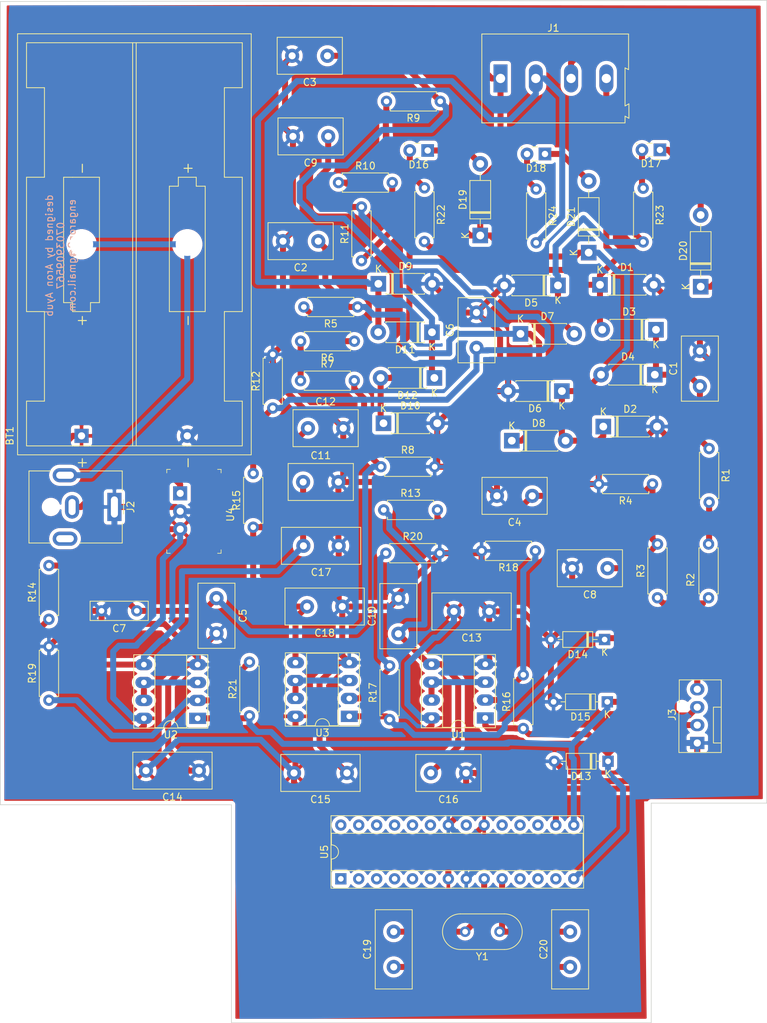
<source format=kicad_pcb>
(kicad_pcb (version 20171130) (host pcbnew "(5.1.5)-3")
  (title_block (title "power cct") (date 2020-03-03) (company IntelVol) (comment 1 "perfect "))
  (layers (0 F.Cu power) (31 B.Cu power) (34 B.Paste user) (35 F.Paste user) (36 B.SilkS user) (37 F.SilkS user) (38 B.Mask user) (39 F.Mask user) (44 Edge.Cuts user))
  (net 0 "")
  (net 1 /A1)
  (net 2 /GND)
  (net 3 /A2)
  (net 4 /SG1)
  (net 5 /SG2)
  (net 6 /SG3)
  (net 7 /VCC)
  (net 8 /L1)
  (net 9 /N)
  (net 10 /L3)
  (net 11 /L2)
  (net 12 "Net-(R1-Pad2)")
  (net 13 "Net-(R2-Pad2)")
  (net 14 "Net-(R6-Pad2)")
  (net 15 "Net-(R10-Pad2)")
  (net 16 /A0)
  (net 17 "Net-(U1-Pad3)")
  (net 18 "Net-(U2-Pad3)")
  (net 19 "Net-(U3-Pad3)")
  (net 20 "Net-(C5-Pad1)")
  (net 21 "Net-(C6-Pad1)")
  (net 22 "Net-(R5-Pad2)")
  (net 23 "Net-(R10-Pad1)")
  (net 24 "Net-(C4-Pad1)")
  (net 25 /P5U1)
  (net 26 /P5U2)
  (net 27 /P5U3)
  (net 28 "Net-(D16-Pad1)")
  (net 29 "Net-(D16-Pad2)")
  (net 30 "Net-(D17-Pad1)")
  (net 31 "Net-(D17-Pad2)")
  (net 32 "Net-(D18-Pad2)")
  (net 33 "Net-(D18-Pad1)")
  (net 34 "Net-(R16-Pad2)")
  (net 35 "Net-(R17-Pad2)")
  (net 36 "Net-(R19-Pad1)")
  (net 37 /DC_IN)
  (net 38 "Net-(C19-Pad2)")
  (net 39 "Net-(C19-Pad1)")
  (net 40 "Net-(C20-Pad2)")
  (module Connector:FanPinHeader_1x04_P2.54mm_Vertical (layer F.Cu) (at 138.02106 145.73758 90)
    (fp_text reference J3 (at 4 -3.55 90) (layer F.SilkS))
    (fp_text value Conn_01x04_Male)
    (pad 1 thru_hole rect (at 0 0 180) (size 2.03 1.73) (drill 1.02) (layers *.Cu *.Mask) (net 2 /GND))
    (pad 2 thru_hole oval (at 2.54 0 180) (size 2.03 1.73) (drill 1.02) (layers *.Cu *.Mask) (net 16 /A0))
    (pad 3 thru_hole oval (at 5.08 0 180) (size 2.03 1.73) (drill 1.02) (layers *.Cu *.Mask) (net 1 /A1))
    (pad 4 thru_hole oval (at 7.62 0 180) (size 2.03 1.73) (drill 1.02) (layers *.Cu *.Mask) (net 3 /A2))
    (pad "" np_thru_hole circle (at 5.08 -2.16 180) (size 1.1 1.1) (drill 1.1) (layers *.Cu *.Mask))
  )
  (module Package_DIP:DIP-8_W7.62mm_Socket_LongPads (layer F.Cu) (at 88.6968 141.9606 180)
    (fp_text reference U3 (at 3.81 -2.33) (layer F.SilkS))
    (fp_text value LM3578)
    (pad 1 thru_hole rect (at 0 0 180) (size 2.4 1.6) (drill 0.8) (layers *.Cu *.Mask) (net 3 /A2))
    (pad 5 thru_hole oval (at 7.62 7.62 180) (size 2.4 1.6) (drill 0.8) (layers *.Cu *.Mask) (net 27 /P5U3))
    (pad 2 thru_hole oval (at 0 2.54 180) (size 2.4 1.6) (drill 0.8) (layers *.Cu *.Mask) (net 35 "Net-(R17-Pad2)"))
    (pad 6 thru_hole oval (at 7.62 5.08 180) (size 2.4 1.6) (drill 0.8) (layers *.Cu *.Mask) (net 19 "Net-(U3-Pad3)"))
    (pad 3 thru_hole oval (at 0 5.08 180) (size 2.4 1.6) (drill 0.8) (layers *.Cu *.Mask) (net 19 "Net-(U3-Pad3)"))
    (pad 7 thru_hole oval (at 7.62 2.54 180) (size 2.4 1.6) (drill 0.8) (layers *.Cu *.Mask) (net 19 "Net-(U3-Pad3)"))
    (pad 4 thru_hole oval (at 0 7.62 180) (size 2.4 1.6) (drill 0.8) (layers *.Cu *.Mask) (net 2 /GND))
    (pad 8 thru_hole oval (at 7.62 0 180) (size 2.4 1.6) (drill 0.8) (layers *.Cu *.Mask) (net 7 /VCC))
  )
  (module Capacitor_THT:C_Disc_D9.0mm_W5.0mm_P5.00mm (layer F.Cu) (at 138.3919 95.1484 90)
    (fp_text reference C1 (at 2.5 -3.75 90) (layer F.SilkS))
    (fp_text value 2A103J)
    (pad 2 thru_hole circle (at 5 0 90) (size 2 2) (drill 1) (layers *.Cu *.Mask) (net 2 /GND))
    (pad 1 thru_hole circle (at 0 0 90) (size 2 2) (drill 1) (layers *.Cu *.Mask) (net 4 /SG1))
  )
  (module Capacitor_THT:C_Disc_D9.0mm_W5.0mm_P5.00mm (layer F.Cu) (at 84.3026 74.5744 180)
    (fp_text reference C2 (at 2.5 -3.75) (layer F.SilkS))
    (fp_text value 2A103J)
    (pad 1 thru_hole circle (at 0 0 180) (size 2 2) (drill 1) (layers *.Cu *.Mask) (net 5 /SG2))
    (pad 2 thru_hole circle (at 5 0 180) (size 2 2) (drill 1) (layers *.Cu *.Mask) (net 2 /GND))
  )
  (module Capacitor_THT:C_Disc_D9.0mm_W5.0mm_P5.00mm (layer F.Cu) (at 85.598 48.2854 180)
    (fp_text reference C3 (at 2.5 -3.75) (layer F.SilkS))
    (fp_text value 2A103J)
    (pad 1 thru_hole circle (at 0 0 180) (size 2 2) (drill 1) (layers *.Cu *.Mask) (net 6 /SG3))
    (pad 2 thru_hole circle (at 5 0 180) (size 2 2) (drill 1) (layers *.Cu *.Mask) (net 2 /GND))
  )
  (module Capacitor_THT:C_Disc_D9.0mm_W5.0mm_P5.00mm (layer F.Cu) (at 114.6302 110.6932 180)
    (fp_text reference C4 (at 2.5 -3.75) (layer F.SilkS))
    (fp_text value 2A103J)
    (pad 1 thru_hole circle (at 0 0 180) (size 2 2) (drill 1) (layers *.Cu *.Mask) (net 24 "Net-(C4-Pad1)"))
    (pad 2 thru_hole circle (at 5 0 180) (size 2 2) (drill 1) (layers *.Cu *.Mask) (net 2 /GND))
  )
  (module Capacitor_THT:C_Disc_D9.0mm_W5.0mm_P5.00mm (layer F.Cu) (at 69.8754 125.1966 270)
    (fp_text reference C5 (at 2.5 -3.75 90) (layer F.SilkS))
    (fp_text value 2A103J)
    (pad 1 thru_hole circle (at 0 0 270) (size 2 2) (drill 1) (layers *.Cu *.Mask) (net 20 "Net-(C5-Pad1)"))
    (pad 2 thru_hole circle (at 5 0 270) (size 2 2) (drill 1) (layers *.Cu *.Mask) (net 2 /GND))
  )
  (module Capacitor_THT:C_Disc_D9.0mm_W5.0mm_P5.00mm (layer F.Cu) (at 106.7308 89.7001 90)
    (fp_text reference C6 (at 2.5 -3.75 90) (layer F.SilkS))
    (fp_text value 2A103J)
    (pad 2 thru_hole circle (at 5 0 90) (size 2 2) (drill 1) (layers *.Cu *.Mask) (net 2 /GND))
    (pad 1 thru_hole circle (at 0 0 90) (size 2 2) (drill 1) (layers *.Cu *.Mask) (net 21 "Net-(C6-Pad1)"))
  )
  (module Capacitor_THT:C_Disc_D8.0mm_W2.5mm_P5.00mm (layer F.Cu) (at 58.5851 127 180)
    (fp_text reference C7 (at 2.5 -2.5) (layer F.SilkS))
    (fp_text value 2A103J)
    (pad 1 thru_hole circle (at 0 0 180) (size 1.6 1.6) (drill 0.8) (layers *.Cu *.Mask) (net 20 "Net-(C5-Pad1)"))
    (pad 2 thru_hole circle (at 5 0 180) (size 1.6 1.6) (drill 0.8) (layers *.Cu *.Mask) (net 2 /GND))
  )
  (module Capacitor_THT:C_Disc_D9.0mm_W5.0mm_P5.00mm (layer F.Cu) (at 125.2982 120.9548 180)
    (fp_text reference C8 (at 2.5 -3.75) (layer F.SilkS))
    (fp_text value 2A103J)
    (pad 2 thru_hole circle (at 5 0 180) (size 2 2) (drill 1) (layers *.Cu *.Mask) (net 2 /GND))
    (pad 1 thru_hole circle (at 0 0 180) (size 2 2) (drill 1) (layers *.Cu *.Mask) (net 24 "Net-(C4-Pad1)"))
  )
  (module Capacitor_THT:C_Disc_D9.0mm_W5.0mm_P5.00mm (layer F.Cu) (at 85.7123 59.7154 180)
    (fp_text reference C9 (at 2.5 -3.75) (layer F.SilkS))
    (fp_text value 2A103J)
    (pad 1 thru_hole circle (at 0 0 180) (size 2 2) (drill 1) (layers *.Cu *.Mask) (net 21 "Net-(C6-Pad1)"))
    (pad 2 thru_hole circle (at 5 0 180) (size 2 2) (drill 1) (layers *.Cu *.Mask) (net 2 /GND))
  )
  (module Capacitor_THT:C_Disc_D9.0mm_W5.0mm_P5.00mm (layer F.Cu) (at 95.6564 130.2512 90)
    (fp_text reference C10 (at 2.5 -3.75 90) (layer F.SilkS))
    (fp_text value 2A103J)
    (pad 1 thru_hole circle (at 0 0 90) (size 2 2) (drill 1) (layers *.Cu *.Mask) (net 25 /P5U1))
    (pad 2 thru_hole circle (at 5 0 90) (size 2 2) (drill 1) (layers *.Cu *.Mask) (net 2 /GND))
  )
  (module Capacitor_THT:C_Disc_D9.0mm_W5.0mm_P5.00mm (layer F.Cu) (at 82.1563 108.7247)
    (fp_text reference C11 (at 2.5 -3.75) (layer F.SilkS))
    (fp_text value 2A103J)
    (pad 1 thru_hole circle (at 0 0) (size 2 2) (drill 1) (layers *.Cu *.Mask) (net 26 /P5U2))
    (pad 2 thru_hole circle (at 5 0) (size 2 2) (drill 1) (layers *.Cu *.Mask) (net 2 /GND))
  )
  (module Capacitor_THT:C_Disc_D9.0mm_W5.0mm_P5.00mm (layer F.Cu) (at 82.8459 101.092)
    (fp_text reference C12 (at 2.5 -3.75) (layer F.SilkS))
    (fp_text value 2A103J)
    (pad 2 thru_hole circle (at 5 0) (size 2 2) (drill 1) (layers *.Cu *.Mask) (net 2 /GND))
    (pad 1 thru_hole circle (at 0 0) (size 2 2) (drill 1) (layers *.Cu *.Mask) (net 27 /P5U3))
  )
  (module Capacitor_THT:C_Disc_D11.0mm_W5.0mm_P5.00mm (layer F.Cu) (at 108.5342 127.0762 180)
    (fp_text reference C13 (at 2.5 -3.75) (layer F.SilkS))
    (fp_text value 2A103J)
    (pad 1 thru_hole circle (at 0 0 180) (size 2 2) (drill 1) (layers *.Cu *.Mask) (net 2 /GND))
    (pad 2 thru_hole circle (at 5 0 180) (size 2 2) (drill 1) (layers *.Cu *.Mask) (net 7 /VCC))
  )
  (module Capacitor_THT:C_Disc_D11.0mm_W5.0mm_P7.50mm (layer F.Cu) (at 67.3862 149.6568 180)
    (fp_text reference C14 (at 3.75 -3.75) (layer F.SilkS))
    (fp_text value 2A103)
    (pad 2 thru_hole circle (at 7.5 0 180) (size 2 2) (drill 1) (layers *.Cu *.Mask) (net 7 /VCC))
    (pad 1 thru_hole circle (at 0 0 180) (size 2 2) (drill 1) (layers *.Cu *.Mask) (net 2 /GND))
  )
  (module Capacitor_THT:C_Disc_D11.0mm_W5.0mm_P7.50mm (layer F.Cu) (at 88.3666 149.987 180)
    (fp_text reference C15 (at 3.75 -3.75) (layer F.SilkS))
    (fp_text value 2A103J)
    (pad 1 thru_hole circle (at 0 0 180) (size 2 2) (drill 1) (layers *.Cu *.Mask) (net 2 /GND))
    (pad 2 thru_hole circle (at 7.5 0 180) (size 2 2) (drill 1) (layers *.Cu *.Mask) (net 7 /VCC))
  )
  (module Capacitor_THT:C_Disc_D9.0mm_W5.0mm_P5.00mm (layer F.Cu) (at 105.2576 149.987 180)
    (fp_text reference C16 (at 2.5 -3.75) (layer F.SilkS))
    (fp_text value 2A103J)
    (pad 2 thru_hole circle (at 5 0 180) (size 2 2) (drill 1) (layers *.Cu *.Mask) (net 25 /P5U1))
    (pad 1 thru_hole circle (at 0 0 180) (size 2 2) (drill 1) (layers *.Cu *.Mask) (net 2 /GND))
  )
  (module Capacitor_THT:C_Disc_D11.0mm_W5.0mm_P5.00mm (layer F.Cu) (at 87.1982 117.7798 180)
    (fp_text reference C17 (at 2.5 -3.75) (layer F.SilkS))
    (fp_text value 2A103J)
    (pad 2 thru_hole circle (at 5 0 180) (size 2 2) (drill 1) (layers *.Cu *.Mask) (net 26 /P5U2))
    (pad 1 thru_hole circle (at 0 0 180) (size 2 2) (drill 1) (layers *.Cu *.Mask) (net 2 /GND))
  )
  (module Capacitor_THT:C_Disc_D11.0mm_W5.0mm_P5.00mm (layer F.Cu) (at 87.7062 126.3904 180)
    (fp_text reference C18 (at 2.5 -3.75) (layer F.SilkS))
    (fp_text value 103)
    (pad 1 thru_hole circle (at 0 0 180) (size 2 2) (drill 1) (layers *.Cu *.Mask) (net 2 /GND))
    (pad 2 thru_hole circle (at 5 0 180) (size 2 2) (drill 1) (layers *.Cu *.Mask) (net 27 /P5U3))
  )
  (module Diode_THT:D_DO-41_SOD81_P7.62mm_Horizontal (layer F.Cu) (at 124.2314 80.7593)
    (fp_text reference D1 (at 3.81 -2.47) (layer F.SilkS))
    (fp_text value 1N4007)
    (fp_text user K (at 0 -2.1) (layer F.SilkS))
    (pad 2 thru_hole oval (at 7.62 0) (size 2.2 2.2) (drill 1.1) (layers *.Cu *.Mask) (net 2 /GND))
    (pad 1 thru_hole rect (at 0 0) (size 2.2 2.2) (drill 1.1) (layers *.Cu *.Mask) (net 8 /L1))
  )
  (module Diode_THT:D_DO-41_SOD81_P7.62mm_Horizontal (layer F.Cu) (at 124.7013 100.8634)
    (fp_text reference D2 (at 3.81 -2.47) (layer F.SilkS))
    (fp_text value 1N4007)
    (fp_text user K (at 0 -2.1) (layer F.SilkS))
    (pad 1 thru_hole rect (at 0 0) (size 2.2 2.2) (drill 1.1) (layers *.Cu *.Mask) (net 9 /N))
    (pad 2 thru_hole oval (at 7.62 0) (size 2.2 2.2) (drill 1.1) (layers *.Cu *.Mask) (net 2 /GND))
  )
  (module Diode_THT:D_DO-41_SOD81_P7.62mm_Horizontal (layer F.Cu) (at 132.1689 87.1347 180)
    (fp_text reference D3 (at 3.81 2.54) (layer F.SilkS))
    (fp_text value 1N4007)
    (fp_text user K (at 0 -2.1) (layer F.SilkS))
    (pad 2 thru_hole oval (at 7.62 0 180) (size 2.2 2.2) (drill 1.1) (layers *.Cu *.Mask) (net 8 /L1))
    (pad 1 thru_hole rect (at 0 0 180) (size 2.2 2.2) (drill 1.1) (layers *.Cu *.Mask) (net 4 /SG1))
  )
  (module Diode_THT:D_DO-41_SOD81_P7.62mm_Horizontal (layer F.Cu) (at 132.0038 93.5101 180)
    (fp_text reference D4 (at 3.81 2.54) (layer F.SilkS))
    (fp_text value 1N4007)
    (fp_text user K (at 0 -2.1) (layer F.SilkS))
    (pad 2 thru_hole oval (at 7.62 0 180) (size 2.2 2.2) (drill 1.1) (layers *.Cu *.Mask) (net 9 /N))
    (pad 1 thru_hole rect (at 0 0 180) (size 2.2 2.2) (drill 1.1) (layers *.Cu *.Mask) (net 4 /SG1))
  )
  (module Diode_THT:D_DO-41_SOD81_P7.62mm_Horizontal (layer F.Cu) (at 118.2751 80.8482 180)
    (fp_text reference D5 (at 3.81 -2.47) (layer F.SilkS))
    (fp_text value 1N4007)
    (fp_text user K (at 0 -2.1) (layer F.SilkS))
    (pad 2 thru_hole oval (at 7.62 0 180) (size 2.2 2.2) (drill 1.1) (layers *.Cu *.Mask) (net 2 /GND))
    (pad 1 thru_hole rect (at 0 0 180) (size 2.2 2.2) (drill 1.1) (layers *.Cu *.Mask) (net 11 /L2))
  )
  (module Diode_THT:D_DO-41_SOD81_P7.62mm_Horizontal (layer F.Cu) (at 118.8339 95.8342 180)
    (fp_text reference D6 (at 3.81 -2.47) (layer F.SilkS))
    (fp_text value 1N4007)
    (fp_text user K (at 0 -2.1) (layer F.SilkS))
    (pad 1 thru_hole rect (at 0 0 180) (size 2.2 2.2) (drill 1.1) (layers *.Cu *.Mask) (net 9 /N))
    (pad 2 thru_hole oval (at 7.62 0 180) (size 2.2 2.2) (drill 1.1) (layers *.Cu *.Mask) (net 2 /GND))
  )
  (module Diode_THT:D_DO-41_SOD81_P7.62mm_Horizontal (layer F.Cu) (at 112.96142 87.71636)
    (fp_text reference D7 (at 3.81 -2.47) (layer F.SilkS))
    (fp_text value 1N4007)
    (fp_text user K (at 0 -2.1) (layer F.SilkS))
    (pad 1 thru_hole rect (at 0 0) (size 2.2 2.2) (drill 1.1) (layers *.Cu *.Mask) (net 5 /SG2))
    (pad 2 thru_hole oval (at 7.62 0) (size 2.2 2.2) (drill 1.1) (layers *.Cu *.Mask) (net 11 /L2))
  )
  (module Diode_THT:D_DO-41_SOD81_P7.62mm_Horizontal (layer F.Cu) (at 111.7346 102.87)
    (fp_text reference D8 (at 3.81 -2.47) (layer F.SilkS))
    (fp_text value 1N4007)
    (fp_text user K (at 0 -2.1) (layer F.SilkS))
    (pad 1 thru_hole rect (at 0 0) (size 2.2 2.2) (drill 1.1) (layers *.Cu *.Mask) (net 5 /SG2))
    (pad 2 thru_hole oval (at 7.62 0) (size 2.2 2.2) (drill 1.1) (layers *.Cu *.Mask) (net 9 /N))
  )
  (module Diode_THT:D_DO-41_SOD81_P7.62mm_Horizontal (layer F.Cu) (at 92.8243 80.6196)
    (fp_text reference D9 (at 3.81 -2.47) (layer F.SilkS))
    (fp_text value 1N4007)
    (fp_text user K (at 0 -2.1) (layer F.SilkS))
    (pad 1 thru_hole rect (at 0 0) (size 2.2 2.2) (drill 1.1) (layers *.Cu *.Mask) (net 10 /L3))
    (pad 2 thru_hole oval (at 7.62 0) (size 2.2 2.2) (drill 1.1) (layers *.Cu *.Mask) (net 2 /GND))
  )
  (module Diode_THT:D_DO-41_SOD81_P7.62mm_Horizontal (layer F.Cu) (at 93.5482 100.3935)
    (fp_text reference D10 (at 3.81 -2.47) (layer F.SilkS))
    (fp_text value 1N4007)
    (fp_text user K (at 0 -2.1) (layer F.SilkS))
    (pad 2 thru_hole oval (at 7.62 0) (size 2.2 2.2) (drill 1.1) (layers *.Cu *.Mask) (net 2 /GND))
    (pad 1 thru_hole rect (at 0 0) (size 2.2 2.2) (drill 1.1) (layers *.Cu *.Mask) (net 9 /N))
  )
  (module Diode_THT:D_DO-41_SOD81_P7.62mm_Horizontal (layer F.Cu) (at 100.4189 87.4903 180)
    (fp_text reference D11 (at 3.81 -2.47) (layer F.SilkS))
    (fp_text value 1N4007)
    (fp_text user K (at 0 -2.1) (layer F.SilkS))
    (pad 1 thru_hole rect (at 0 0 180) (size 2.2 2.2) (drill 1.1) (layers *.Cu *.Mask) (net 6 /SG3))
    (pad 2 thru_hole oval (at 7.62 0 180) (size 2.2 2.2) (drill 1.1) (layers *.Cu *.Mask) (net 10 /L3))
  )
  (module Diode_THT:D_DO-41_SOD81_P7.62mm_Horizontal (layer F.Cu) (at 100.7618 93.9673 180)
    (fp_text reference D12 (at 3.81 -2.47) (layer F.SilkS))
    (fp_text value 1N4007)
    (fp_text user K (at 0 -2.1) (layer F.SilkS))
    (pad 2 thru_hole oval (at 7.62 0 180) (size 2.2 2.2) (drill 1.1) (layers *.Cu *.Mask) (net 9 /N))
    (pad 1 thru_hole rect (at 0 0 180) (size 2.2 2.2) (drill 1.1) (layers *.Cu *.Mask) (net 6 /SG3))
  )
  (module Diode_THT:D_DO-35_SOD27_P7.62mm_Horizontal (layer F.Cu) (at 125.3744 148.336 180)
    (fp_text reference D13 (at 3.81 -2.12) (layer F.SilkS))
    (fp_text value 1N47xxA)
    (fp_text user K (at 0 -1.8) (layer F.SilkS))
    (pad 2 thru_hole oval (at 7.62 0 180) (size 1.6 1.6) (drill 0.8) (layers *.Cu *.Mask) (net 2 /GND))
    (pad 1 thru_hole rect (at 0 0 180) (size 1.6 1.6) (drill 0.8) (layers *.Cu *.Mask) (net 16 /A0))
  )
  (module Diode_THT:D_DO-35_SOD27_P7.62mm_Horizontal (layer F.Cu) (at 124.8918 131.064 180)
    (fp_text reference D14 (at 3.81 -2.12) (layer F.SilkS))
    (fp_text value 1N47xxA)
    (fp_text user K (at 0 -1.8) (layer F.SilkS))
    (pad 1 thru_hole rect (at 0 0 180) (size 1.6 1.6) (drill 0.8) (layers *.Cu *.Mask) (net 3 /A2))
    (pad 2 thru_hole oval (at 7.62 0 180) (size 1.6 1.6) (drill 0.8) (layers *.Cu *.Mask) (net 2 /GND))
  )
  (module Diode_THT:D_DO-35_SOD27_P7.62mm_Horizontal (layer F.Cu) (at 125.2728 139.9032 180)
    (fp_text reference D15 (at 3.81 -2.12) (layer F.SilkS))
    (fp_text value 1N47xxA)
    (fp_text user K (at 0 -1.8) (layer F.SilkS))
    (pad 1 thru_hole rect (at 0 0 180) (size 1.6 1.6) (drill 0.8) (layers *.Cu *.Mask) (net 1 /A1))
    (pad 2 thru_hole oval (at 7.62 0 180) (size 1.6 1.6) (drill 0.8) (layers *.Cu *.Mask) (net 2 /GND))
  )
  (module Diode_THT:D_DO-41_SOD81_P10.16mm_Horizontal (layer F.Cu) (at 122.6312 76.2 90)
    (fp_text reference D21 (at 5.08 -2.47 90) (layer F.SilkS))
    (fp_text value 1N4007)
    (fp_text user K (at 0 -2.1 90) (layer F.SilkS))
    (pad 1 thru_hole rect (at 0 0 90) (size 2.2 2.2) (drill 1.1) (layers *.Cu *.Mask) (net 9 /N))
    (pad 2 thru_hole oval (at 10.16 0 90) (size 2.2 2.2) (drill 1.1) (layers *.Cu *.Mask) (net 33 "Net-(D18-Pad1)"))
  )
  (module TerminalBlock:TerminalBlock_Altech_AK300-4_P5.00mm (layer F.Cu) (at 110.1344 51.4985)
    (fp_text reference J1 (at 7.5 -7.15) (layer F.SilkS))
    (fp_text value Screw_Terminal_01x04)
    (pad 1 thru_hole rect (at 0 0) (size 1.98 3.96) (drill 1.32) (layers *.Cu *.Mask) (net 9 /N))
    (pad 2 thru_hole oval (at 5 0) (size 1.98 3.96) (drill 1.32) (layers *.Cu *.Mask) (net 10 /L3))
    (pad 4 thru_hole oval (at 15 0) (size 1.98 3.96) (drill 1.32) (layers *.Cu *.Mask) (net 8 /L1))
    (pad 3 thru_hole oval (at 10 0) (size 1.98 3.96) (drill 1.32) (layers *.Cu *.Mask) (net 11 /L2))
  )
  (module Resistor_THT:R_Axial_DIN0207_L6.3mm_D2.5mm_P7.62mm_Horizontal (layer F.Cu) (at 94.4118 142.4178 90)
    (fp_text reference R17 (at 3.81 -2.37 90) (layer F.SilkS))
    (fp_text value 47k)
    (pad 2 thru_hole oval (at 7.62 0 90) (size 1.6 1.6) (drill 0.8) (layers *.Cu *.Mask) (net 35 "Net-(R17-Pad2)"))
    (pad 1 thru_hole circle (at 0 0 90) (size 1.6 1.6) (drill 0.8) (layers *.Cu *.Mask) (net 3 /A2))
  )
  (module Resistor_THT:R_Axial_DIN0207_L6.3mm_D2.5mm_P7.62mm_Horizontal (layer F.Cu) (at 46.1264 139.6746 90)
    (fp_text reference R19 (at 3.81 -2.37 90) (layer F.SilkS))
    (fp_text value 20k)
    (pad 1 thru_hole circle (at 0 0 90) (size 1.6 1.6) (drill 0.8) (layers *.Cu *.Mask) (net 36 "Net-(R19-Pad1)"))
    (pad 2 thru_hole oval (at 7.62 0 90) (size 1.6 1.6) (drill 0.8) (layers *.Cu *.Mask) (net 2 /GND))
  )
  (module Resistor_THT:R_Axial_DIN0207_L6.3mm_D2.5mm_P7.62mm_Horizontal (layer F.Cu) (at 93.8911 118.8212)
    (fp_text reference R20 (at 3.81 -2.37) (layer F.SilkS))
    (fp_text value 20k)
    (pad 1 thru_hole circle (at 0 0) (size 1.6 1.6) (drill 0.8) (layers *.Cu *.Mask) (net 35 "Net-(R17-Pad2)"))
    (pad 2 thru_hole oval (at 7.62 0) (size 1.6 1.6) (drill 0.8) (layers *.Cu *.Mask) (net 2 /GND))
  )
  (module Package_DIP:DIP-8_W7.62mm_Socket_LongPads (layer F.Cu) (at 107.9754 142.1892 180)
    (fp_text reference U1 (at 3.81 -2.33) (layer F.SilkS))
    (fp_text value LM3578)
    (pad 8 thru_hole oval (at 7.62 0 180) (size 2.4 1.6) (drill 0.8) (layers *.Cu *.Mask) (net 7 /VCC))
    (pad 4 thru_hole oval (at 0 7.62 180) (size 2.4 1.6) (drill 0.8) (layers *.Cu *.Mask) (net 2 /GND))
    (pad 7 thru_hole oval (at 7.62 2.54 180) (size 2.4 1.6) (drill 0.8) (layers *.Cu *.Mask) (net 17 "Net-(U1-Pad3)"))
    (pad 3 thru_hole oval (at 0 5.08 180) (size 2.4 1.6) (drill 0.8) (layers *.Cu *.Mask) (net 17 "Net-(U1-Pad3)"))
    (pad 6 thru_hole oval (at 7.62 5.08 180) (size 2.4 1.6) (drill 0.8) (layers *.Cu *.Mask) (net 17 "Net-(U1-Pad3)"))
    (pad 2 thru_hole oval (at 0 2.54 180) (size 2.4 1.6) (drill 0.8) (layers *.Cu *.Mask) (net 34 "Net-(R16-Pad2)"))
    (pad 5 thru_hole oval (at 7.62 7.62 180) (size 2.4 1.6) (drill 0.8) (layers *.Cu *.Mask) (net 25 /P5U1))
    (pad 1 thru_hole rect (at 0 0 180) (size 2.4 1.6) (drill 0.8) (layers *.Cu *.Mask) (net 16 /A0))
  )
  (module Package_DIP:DIP-8_W7.62mm_Socket_LongPads (layer F.Cu) (at 67.2084 142.24 180)
    (fp_text reference U2 (at 3.81 -2.33) (layer F.SilkS))
    (fp_text value LM3578)
    (pad 1 thru_hole rect (at 0 0 180) (size 2.4 1.6) (drill 0.8) (layers *.Cu *.Mask) (net 1 /A1))
    (pad 5 thru_hole oval (at 7.62 7.62 180) (size 2.4 1.6) (drill 0.8) (layers *.Cu *.Mask) (net 26 /P5U2))
    (pad 2 thru_hole oval (at 0 2.54 180) (size 2.4 1.6) (drill 0.8) (layers *.Cu *.Mask) (net 36 "Net-(R19-Pad1)"))
    (pad 6 thru_hole oval (at 7.62 5.08 180) (size 2.4 1.6) (drill 0.8) (layers *.Cu *.Mask) (net 18 "Net-(U2-Pad3)"))
    (pad 3 thru_hole oval (at 0 5.08 180) (size 2.4 1.6) (drill 0.8) (layers *.Cu *.Mask) (net 18 "Net-(U2-Pad3)"))
    (pad 7 thru_hole oval (at 7.62 2.54 180) (size 2.4 1.6) (drill 0.8) (layers *.Cu *.Mask) (net 18 "Net-(U2-Pad3)"))
    (pad 4 thru_hole oval (at 0 7.62 180) (size 2.4 1.6) (drill 0.8) (layers *.Cu *.Mask) (net 2 /GND))
    (pad 8 thru_hole oval (at 7.62 0 180) (size 2.4 1.6) (drill 0.8) (layers *.Cu *.Mask) (net 7 /VCC))
  )
  (module LED_THT:LED_Rectangular_W3.9mm_H1.9mm (layer F.Cu) (at 116.4336 62.20968 180)
    (fp_text reference D18 (at 1.27 -2.01) (layer F.SilkS))
    (fp_text value LED)
    (pad 1 thru_hole rect (at 0 0 180) (size 1.8 1.8) (drill 0.9) (layers *.Cu *.Mask) (net 33 "Net-(D18-Pad1)"))
    (pad 2 thru_hole circle (at 2.54 0 180) (size 1.8 1.8) (drill 0.9) (layers *.Cu *.Mask) (net 32 "Net-(D18-Pad2)"))
  )
  (module LED_THT:LED_Rectangular_W3.9mm_H1.8mm (layer F.Cu) (at 132.73024 61.62802 180)
    (fp_text reference D17 (at 1.27 -1.935) (layer F.SilkS))
    (fp_text value LED)
    (pad 1 thru_hole rect (at 0 0 180) (size 1.8 1.8) (drill 0.9) (layers *.Cu *.Mask) (net 30 "Net-(D17-Pad1)"))
    (pad 2 thru_hole circle (at 2.54 0 180) (size 1.8 1.8) (drill 0.9) (layers *.Cu *.Mask) (net 31 "Net-(D17-Pad2)"))
  )
  (module LED_THT:LED_Rectangular_W3.9mm_H1.9mm (layer F.Cu) (at 99.81184 61.71438 180)
    (fp_text reference D16 (at 1.27 -2.01) (layer F.SilkS))
    (fp_text value LED)
    (pad 1 thru_hole rect (at 0 0 180) (size 1.8 1.8) (drill 0.9) (layers *.Cu *.Mask) (net 28 "Net-(D16-Pad1)"))
    (pad 2 thru_hole circle (at 2.54 0 180) (size 1.8 1.8) (drill 0.9) (layers *.Cu *.Mask) (net 29 "Net-(D16-Pad2)"))
  )
  (module Resistor_THT:R_Axial_DIN0207_L6.3mm_D2.5mm_P7.62mm_Horizontal (layer F.Cu) (at 139.7 103.9876 270)
    (fp_text reference R1 (at 3.81 -2.37 90) (layer F.SilkS))
    (fp_text value 1M)
    (pad 1 thru_hole circle (at 0 0 270) (size 1.6 1.6) (drill 0.8) (layers *.Cu *.Mask) (net 4 /SG1))
    (pad 2 thru_hole oval (at 7.62 0 270) (size 1.6 1.6) (drill 0.8) (layers *.Cu *.Mask) (net 12 "Net-(R1-Pad2)"))
  )
  (module Resistor_THT:R_Axial_DIN0207_L6.3mm_D2.5mm_P7.62mm_Horizontal (layer F.Cu) (at 139.6238 117.5258 270)
    (fp_text reference R2 (at 5.08 2.54 90) (layer F.SilkS))
    (fp_text value 100K)
    (pad 2 thru_hole oval (at 7.62 0 270) (size 1.6 1.6) (drill 0.8) (layers *.Cu *.Mask) (net 13 "Net-(R2-Pad2)"))
    (pad 1 thru_hole circle (at 0 0 270) (size 1.6 1.6) (drill 0.8) (layers *.Cu *.Mask) (net 12 "Net-(R1-Pad2)"))
  )
  (module Resistor_THT:R_Axial_DIN0207_L6.3mm_D2.5mm_P7.62mm_Horizontal (layer F.Cu) (at 132.3848 125.1458 90)
    (fp_text reference R3 (at 3.81 -2.37 90) (layer F.SilkS))
    (fp_text value 10K)
    (pad 1 thru_hole circle (at 0 0 90) (size 1.6 1.6) (drill 0.8) (layers *.Cu *.Mask) (net 13 "Net-(R2-Pad2)"))
    (pad 2 thru_hole oval (at 7.62 0 90) (size 1.6 1.6) (drill 0.8) (layers *.Cu *.Mask) (net 24 "Net-(C4-Pad1)"))
  )
  (module Resistor_THT:R_Axial_DIN0207_L6.3mm_D2.5mm_P7.62mm_Horizontal (layer F.Cu) (at 131.6736 109.0168 180)
    (fp_text reference R4 (at 3.81 -2.37) (layer F.SilkS))
    (fp_text value 2.2K)
    (pad 1 thru_hole circle (at 0 0 180) (size 1.6 1.6) (drill 0.8) (layers *.Cu *.Mask) (net 24 "Net-(C4-Pad1)"))
    (pad 2 thru_hole oval (at 7.62 0 180) (size 1.6 1.6) (drill 0.8) (layers *.Cu *.Mask) (net 2 /GND))
  )
  (module Resistor_THT:R_Axial_DIN0207_L6.3mm_D2.5mm_P7.62mm_Horizontal (layer F.Cu) (at 89.8779 83.9089 180)
    (fp_text reference R5 (at 3.81 -2.37) (layer F.SilkS))
    (fp_text value 1M)
    (pad 1 thru_hole circle (at 0 0 180) (size 1.6 1.6) (drill 0.8) (layers *.Cu *.Mask) (net 5 /SG2))
    (pad 2 thru_hole oval (at 7.62 0 180) (size 1.6 1.6) (drill 0.8) (layers *.Cu *.Mask) (net 22 "Net-(R5-Pad2)"))
  )
  (module Resistor_THT:R_Axial_DIN0207_L6.3mm_D2.5mm_P7.62mm_Horizontal (layer F.Cu) (at 89.4207 88.7603 180)
    (fp_text reference R6 (at 3.81 -2.37) (layer F.SilkS))
    (fp_text value 100K)
    (pad 2 thru_hole oval (at 7.62 0 180) (size 1.6 1.6) (drill 0.8) (layers *.Cu *.Mask) (net 14 "Net-(R6-Pad2)"))
    (pad 1 thru_hole circle (at 0 0 180) (size 1.6 1.6) (drill 0.8) (layers *.Cu *.Mask) (net 22 "Net-(R5-Pad2)"))
  )
  (module Resistor_THT:R_Axial_DIN0207_L6.3mm_D2.5mm_P7.62mm_Horizontal (layer F.Cu) (at 81.788 94.361)
    (fp_text reference R7 (at 3.81 -2.37) (layer F.SilkS))
    (fp_text value 10K)
    (pad 1 thru_hole circle (at 0 0) (size 1.6 1.6) (drill 0.8) (layers *.Cu *.Mask) (net 14 "Net-(R6-Pad2)"))
    (pad 2 thru_hole oval (at 7.62 0) (size 1.6 1.6) (drill 0.8) (layers *.Cu *.Mask) (net 20 "Net-(C5-Pad1)"))
  )
  (module Resistor_THT:R_Axial_DIN0207_L6.3mm_D2.5mm_P7.62mm_Horizontal (layer F.Cu) (at 93.1799 106.5657)
    (fp_text reference R8 (at 3.81 -2.37) (layer F.SilkS))
    (fp_text value 2.2K)
    (pad 2 thru_hole oval (at 7.62 0) (size 1.6 1.6) (drill 0.8) (layers *.Cu *.Mask) (net 2 /GND))
    (pad 1 thru_hole circle (at 0 0) (size 1.6 1.6) (drill 0.8) (layers *.Cu *.Mask) (net 20 "Net-(C5-Pad1)"))
  )
  (module Resistor_THT:R_Axial_DIN0207_L6.3mm_D2.5mm_P7.62mm_Horizontal (layer F.Cu) (at 101.59492 54.74716 180)
    (fp_text reference R9 (at 3.81 -2.37) (layer F.SilkS))
    (fp_text value 1M)
    (pad 1 thru_hole circle (at 0 0 180) (size 1.6 1.6) (drill 0.8) (layers *.Cu *.Mask) (net 6 /SG3))
    (pad 2 thru_hole oval (at 7.62 0 180) (size 1.6 1.6) (drill 0.8) (layers *.Cu *.Mask) (net 23 "Net-(R10-Pad1)"))
  )
  (module Resistor_THT:R_Axial_DIN0207_L6.3mm_D2.5mm_P7.62mm_Horizontal (layer F.Cu) (at 87.1728 66.2686)
    (fp_text reference R10 (at 3.81 -2.37) (layer F.SilkS))
    (fp_text value 100K)
    (pad 1 thru_hole circle (at 0 0) (size 1.6 1.6) (drill 0.8) (layers *.Cu *.Mask) (net 23 "Net-(R10-Pad1)"))
    (pad 2 thru_hole oval (at 7.62 0) (size 1.6 1.6) (drill 0.8) (layers *.Cu *.Mask) (net 15 "Net-(R10-Pad2)"))
  )
  (module Resistor_THT:R_Axial_DIN0207_L6.3mm_D2.5mm_P7.62mm_Horizontal (layer F.Cu) (at 90.424 77.343 90)
    (fp_text reference R11 (at 3.81 -2.37 90) (layer F.SilkS))
    (fp_text value 10K)
    (pad 1 thru_hole circle (at 0 0 90) (size 1.6 1.6) (drill 0.8) (layers *.Cu *.Mask) (net 15 "Net-(R10-Pad2)"))
    (pad 2 thru_hole oval (at 7.62 0 90) (size 1.6 1.6) (drill 0.8) (layers *.Cu *.Mask) (net 21 "Net-(C6-Pad1)"))
  )
  (module Resistor_THT:R_Axial_DIN0207_L6.3mm_D2.5mm_P7.62mm_Horizontal (layer F.Cu) (at 77.851 98.2472 90)
    (fp_text reference R12 (at 3.81 -2.37 90) (layer F.SilkS))
    (fp_text value 2.2K)
    (pad 2 thru_hole oval (at 7.62 0 90) (size 1.6 1.6) (drill 0.8) (layers *.Cu *.Mask) (net 2 /GND))
    (pad 1 thru_hole circle (at 0 0 90) (size 1.6 1.6) (drill 0.8) (layers *.Cu *.Mask) (net 21 "Net-(C6-Pad1)"))
  )
  (module Resistor_THT:R_Axial_DIN0207_L6.3mm_D2.5mm_P7.62mm_Horizontal (layer F.Cu) (at 93.5736 112.6871)
    (fp_text reference R13 (at 3.81 -2.37) (layer F.SilkS))
    (fp_text value 10K)
    (pad 2 thru_hole oval (at 7.62 0) (size 1.6 1.6) (drill 0.8) (layers *.Cu *.Mask) (net 24 "Net-(C4-Pad1)"))
    (pad 1 thru_hole circle (at 0 0) (size 1.6 1.6) (drill 0.8) (layers *.Cu *.Mask) (net 25 /P5U1))
  )
  (module Resistor_THT:R_Axial_DIN0207_L6.3mm_D2.5mm_P7.62mm_Horizontal (layer F.Cu) (at 46.1264 128.1938 90)
    (fp_text reference R14 (at 3.81 -2.37 90) (layer F.SilkS))
    (fp_text value 10K)
    (pad 1 thru_hole circle (at 0 0 90) (size 1.6 1.6) (drill 0.8) (layers *.Cu *.Mask) (net 26 /P5U2))
    (pad 2 thru_hole oval (at 7.62 0 90) (size 1.6 1.6) (drill 0.8) (layers *.Cu *.Mask) (net 20 "Net-(C5-Pad1)"))
  )
  (module Resistor_THT:R_Axial_DIN0207_L6.3mm_D2.5mm_P7.62mm_Horizontal (layer F.Cu) (at 75.0824 115.1382 90)
    (fp_text reference R15 (at 3.81 -2.37 90) (layer F.SilkS))
    (fp_text value 10K)
    (pad 2 thru_hole oval (at 7.62 0 90) (size 1.6 1.6) (drill 0.8) (layers *.Cu *.Mask) (net 21 "Net-(C6-Pad1)"))
    (pad 1 thru_hole circle (at 0 0 90) (size 1.6 1.6) (drill 0.8) (layers *.Cu *.Mask) (net 27 /P5U3))
  )
  (module Resistor_THT:R_Axial_DIN0207_L6.3mm_D2.5mm_P7.62mm_Horizontal (layer F.Cu) (at 113.3602 143.6878 90)
    (fp_text reference R16 (at 3.81 -2.37 90) (layer F.SilkS))
    (fp_text value 47k)
    (pad 1 thru_hole circle (at 0 0 90) (size 1.6 1.6) (drill 0.8) (layers *.Cu *.Mask) (net 16 /A0))
    (pad 2 thru_hole oval (at 7.62 0 90) (size 1.6 1.6) (drill 0.8) (layers *.Cu *.Mask) (net 34 "Net-(R16-Pad2)"))
  )
  (module Resistor_THT:R_Axial_DIN0207_L6.3mm_D2.5mm_P7.62mm_Horizontal (layer F.Cu) (at 115.0747 118.491 180)
    (fp_text reference R18 (at 3.81 -2.37) (layer F.SilkS))
    (fp_text value 20k)
    (pad 2 thru_hole oval (at 7.62 0 180) (size 1.6 1.6) (drill 0.8) (layers *.Cu *.Mask) (net 2 /GND))
    (pad 1 thru_hole circle (at 0 0 180) (size 1.6 1.6) (drill 0.8) (layers *.Cu *.Mask) (net 34 "Net-(R16-Pad2)"))
  )
  (module Resistor_THT:R_Axial_DIN0207_L6.3mm_D2.5mm_P7.62mm_Horizontal (layer F.Cu) (at 74.549 141.8844 90)
    (fp_text reference R21 (at 3.81 -2.37 90) (layer F.SilkS))
    (fp_text value 47k)
    (pad 1 thru_hole circle (at 0 0 90) (size 1.6 1.6) (drill 0.8) (layers *.Cu *.Mask) (net 1 /A1))
    (pad 2 thru_hole oval (at 7.62 0 90) (size 1.6 1.6) (drill 0.8) (layers *.Cu *.Mask) (net 36 "Net-(R19-Pad1)"))
  )
  (module Resistor_THT:R_Axial_DIN0207_L6.3mm_D2.5mm_P7.62mm_Horizontal (layer F.Cu) (at 99.34956 67.01282 270)
    (fp_text reference R22 (at 3.81 -2.37 90) (layer F.SilkS))
    (fp_text value 57k)
    (pad 2 thru_hole oval (at 7.62 0 270) (size 1.6 1.6) (drill 0.8) (layers *.Cu *.Mask) (net 8 /L1))
    (pad 1 thru_hole circle (at 0 0 270) (size 1.6 1.6) (drill 0.8) (layers *.Cu *.Mask) (net 29 "Net-(D16-Pad2)"))
  )
  (module Resistor_THT:R_Axial_DIN0207_L6.3mm_D2.5mm_P7.62mm_Horizontal (layer F.Cu) (at 130.35534 67.06616 270)
    (fp_text reference R23 (at 3.81 -2.37 90) (layer F.SilkS))
    (fp_text value 57k)
    (pad 1 thru_hole circle (at 0 0 270) (size 1.6 1.6) (drill 0.8) (layers *.Cu *.Mask) (net 31 "Net-(D17-Pad2)"))
    (pad 2 thru_hole oval (at 7.62 0 270) (size 1.6 1.6) (drill 0.8) (layers *.Cu *.Mask) (net 11 /L2))
  )
  (module Resistor_THT:R_Axial_DIN0207_L6.3mm_D2.5mm_P7.62mm_Horizontal (layer F.Cu) (at 115.18646 67.18554 270)
    (fp_text reference R24 (at 3.81 -2.37 90) (layer F.SilkS))
    (fp_text value 57k)
    (pad 2 thru_hole oval (at 7.62 0 270) (size 1.6 1.6) (drill 0.8) (layers *.Cu *.Mask) (net 10 /L3))
    (pad 1 thru_hole circle (at 0 0 270) (size 1.6 1.6) (drill 0.8) (layers *.Cu *.Mask) (net 32 "Net-(D18-Pad2)"))
  )
  (module Battery:BatteryHolder_Keystone_2462_2xAA (layer F.Cu) (at 50.7492 102.1842 90)
    (fp_text reference BT1 (at 0 -10.16 270) (layer F.SilkS))
    (fp_text value Battery)
    (fp_text user - (at 37.945 0 90) (layer F.SilkS) (effects (font (size 1.5 1.5))))
    (fp_text user + (at 16.355 0 90) (layer F.SilkS) (effects (font (size 1.5 1.5))))
    (fp_text user + (at 37.945 14.99 90) (layer F.SilkS) (effects (font (size 1.5 1.5))))
    (fp_text user - (at 16.355 14.99 90) (layer F.SilkS) (effects (font (size 1.5 1.5))))
    (fp_text user + (at -3.81 0 90) (layer F.SilkS) (effects (font (size 1.5 1.5))))
    (fp_text user - (at -3.81 14.99 90) (layer F.SilkS) (effects (font (size 1.5 1.5))))
    (pad 1 thru_hole rect (at 0 0 90) (size 2 2) (drill 1.02) (layers *.Cu *.Mask) (net 7 /VCC))
    (pad 2 thru_hole circle (at 0 14.99 90) (size 2 2) (drill 1.02) (layers *.Cu *.Mask) (net 2 /GND))
    (pad "" np_thru_hole circle (at 27.165 14.99 90) (size 3.3 3.3) (drill 3.3) (layers *.Cu *.Mask))
    (pad "" np_thru_hole circle (at 27.165 0 90) (size 3.3 3.3) (drill 3.3) (layers *.Cu *.Mask))
  )
  (module Connector_BarrelJack:BarrelJack_CUI_PJ-063AH_Horizontal (layer F.Cu) (at 55.4101 112.268 270)
    (fp_text reference J2 (at 0 -2.3 90) (layer F.SilkS))
    (fp_text value Jack-DC)
    (pad 1 thru_hole rect (at 0 0 270) (size 4 2) (drill oval 3 1) (layers *.Cu *.Mask) (net 2 /GND))
    (pad 2 thru_hole oval (at 0 6 270) (size 3.3 2) (drill oval 2.3 1) (layers *.Cu *.Mask) (net 37 /DC_IN))
    (pad MP thru_hole oval (at -4.5 7 270) (size 2 3.5) (drill oval 1 2.5) (layers *.Cu *.Mask))
    (pad MP thru_hole oval (at 4.5 7 270) (size 2 3.5) (drill oval 1 2.5) (layers *.Cu *.Mask))
    (pad "" np_thru_hole circle (at 0 9 270) (size 1.6 1.6) (drill 1.6) (layers *.Cu *.Mask))
  )
  (module digikey-footprints:3-SIP_Module_V7805-500 (layer F.Cu) (at 64.7319 110.3376 270)
    (fp_text reference U4 (at 3.02 -7.12 90) (layer F.SilkS))
    (fp_text value L7809)
    (pad 1 thru_hole rect (at 0 0 270) (size 2 2) (drill 1) (layers *.Cu *.Mask) (net 37 /DC_IN))
    (pad 2 thru_hole circle (at 2.54 0 270) (size 2 2) (drill 1) (layers *.Cu *.Mask) (net 2 /GND))
    (pad 3 thru_hole circle (at 5.08 0 270) (size 2 2) (drill 1) (layers *.Cu *.Mask) (net 7 /VCC))
  )
  (module Diode_THT:D_DO-41_SOD81_P10.16mm_Horizontal (layer F.Cu) (at 107.2642 73.76922 90)
    (fp_text reference D19 (at 5.08 -2.47 90) (layer F.SilkS))
    (fp_text value 1N4007)
    (fp_text user K (at 0 -2.1 90) (layer F.SilkS))
    (pad 1 thru_hole rect (at 0 0 90) (size 2.2 2.2) (drill 1.1) (layers *.Cu *.Mask) (net 9 /N))
    (pad 2 thru_hole oval (at 10.16 0 90) (size 2.2 2.2) (drill 1.1) (layers *.Cu *.Mask) (net 28 "Net-(D16-Pad1)"))
  )
  (module Diode_THT:D_DO-41_SOD81_P10.16mm_Horizontal (layer F.Cu) (at 138.5062 81.026 90)
    (fp_text reference D20 (at 5.08 -2.47 90) (layer F.SilkS))
    (fp_text value 1N4007)
    (fp_text user K (at 0 -2.1 90) (layer F.SilkS))
    (pad 2 thru_hole oval (at 10.16 0 90) (size 2.2 2.2) (drill 1.1) (layers *.Cu *.Mask) (net 30 "Net-(D17-Pad1)"))
    (pad 1 thru_hole rect (at 0 0 90) (size 2.2 2.2) (drill 1.1) (layers *.Cu *.Mask) (net 9 /N))
  )
  (module Capacitor_THT:C_Disc_D11.0mm_W5.0mm_P5.00mm (layer F.Cu) (at 95 177.5 90)
    (fp_text reference C19 (at 2.5 -3.75 90) (layer F.SilkS))
    (fp_text value C)
    (pad 2 thru_hole circle (at 5 0 90) (size 2 2) (drill 1) (layers *.Cu *.Mask) (net 38 "Net-(C19-Pad2)"))
    (pad 1 thru_hole circle (at 0 0 90) (size 2 2) (drill 1) (layers *.Cu *.Mask) (net 39 "Net-(C19-Pad1)"))
  )
  (module Capacitor_THT:C_Disc_D11.0mm_W5.0mm_P5.00mm (layer F.Cu) (at 120 177.5 90)
    (fp_text reference C20 (at 2.5 -3.75 90) (layer F.SilkS))
    (fp_text value C)
    (pad 1 thru_hole circle (at 0 0 90) (size 2 2) (drill 1) (layers *.Cu *.Mask) (net 39 "Net-(C19-Pad1)"))
    (pad 2 thru_hole circle (at 5 0 90) (size 2 2) (drill 1) (layers *.Cu *.Mask) (net 40 "Net-(C20-Pad2)"))
  )
  (module Package_DIP:DIP-28_W7.62mm_Socket (layer F.Cu) (at 87.5 165 90)
    (fp_text reference U5 (at 3.81 -2.33 90) (layer F.SilkS))
    (fp_text value ATmega328-PU)
    (pad 1 thru_hole rect (at 0 0 90) (size 1.6 1.6) (drill 0.8) (layers *.Cu *.Mask))
    (pad 15 thru_hole oval (at 7.62 33.02 90) (size 1.6 1.6) (drill 0.8) (layers *.Cu *.Mask) (net 1 /A1))
    (pad 2 thru_hole oval (at 0 2.54 90) (size 1.6 1.6) (drill 0.8) (layers *.Cu *.Mask))
    (pad 16 thru_hole oval (at 7.62 30.48 90) (size 1.6 1.6) (drill 0.8) (layers *.Cu *.Mask) (net 3 /A2))
    (pad 3 thru_hole oval (at 0 5.08 90) (size 1.6 1.6) (drill 0.8) (layers *.Cu *.Mask))
    (pad 17 thru_hole oval (at 7.62 27.94 90) (size 1.6 1.6) (drill 0.8) (layers *.Cu *.Mask))
    (pad 4 thru_hole oval (at 0 7.62 90) (size 1.6 1.6) (drill 0.8) (layers *.Cu *.Mask))
    (pad 18 thru_hole oval (at 7.62 25.4 90) (size 1.6 1.6) (drill 0.8) (layers *.Cu *.Mask))
    (pad 5 thru_hole oval (at 0 10.16 90) (size 1.6 1.6) (drill 0.8) (layers *.Cu *.Mask))
    (pad 19 thru_hole oval (at 7.62 22.86 90) (size 1.6 1.6) (drill 0.8) (layers *.Cu *.Mask))
    (pad 6 thru_hole oval (at 0 12.7 90) (size 1.6 1.6) (drill 0.8) (layers *.Cu *.Mask))
    (pad 20 thru_hole oval (at 7.62 20.32 90) (size 1.6 1.6) (drill 0.8) (layers *.Cu *.Mask) (net 7 /VCC))
    (pad 7 thru_hole oval (at 0 15.24 90) (size 1.6 1.6) (drill 0.8) (layers *.Cu *.Mask) (net 7 /VCC))
    (pad 21 thru_hole oval (at 7.62 17.78 90) (size 1.6 1.6) (drill 0.8) (layers *.Cu *.Mask))
    (pad 8 thru_hole oval (at 0 17.78 90) (size 1.6 1.6) (drill 0.8) (layers *.Cu *.Mask) (net 2 /GND))
    (pad 22 thru_hole oval (at 7.62 15.24 90) (size 1.6 1.6) (drill 0.8) (layers *.Cu *.Mask) (net 2 /GND))
    (pad 9 thru_hole oval (at 0 20.32 90) (size 1.6 1.6) (drill 0.8) (layers *.Cu *.Mask) (net 38 "Net-(C19-Pad2)"))
    (pad 23 thru_hole oval (at 7.62 12.7 90) (size 1.6 1.6) (drill 0.8) (layers *.Cu *.Mask))
    (pad 10 thru_hole oval (at 0 22.86 90) (size 1.6 1.6) (drill 0.8) (layers *.Cu *.Mask) (net 40 "Net-(C20-Pad2)"))
    (pad 24 thru_hole oval (at 7.62 10.16 90) (size 1.6 1.6) (drill 0.8) (layers *.Cu *.Mask))
    (pad 11 thru_hole oval (at 0 25.4 90) (size 1.6 1.6) (drill 0.8) (layers *.Cu *.Mask))
    (pad 25 thru_hole oval (at 7.62 7.62 90) (size 1.6 1.6) (drill 0.8) (layers *.Cu *.Mask))
    (pad 12 thru_hole oval (at 0 27.94 90) (size 1.6 1.6) (drill 0.8) (layers *.Cu *.Mask))
    (pad 26 thru_hole oval (at 7.62 5.08 90) (size 1.6 1.6) (drill 0.8) (layers *.Cu *.Mask))
    (pad 13 thru_hole oval (at 0 30.48 90) (size 1.6 1.6) (drill 0.8) (layers *.Cu *.Mask))
    (pad 27 thru_hole oval (at 7.62 2.54 90) (size 1.6 1.6) (drill 0.8) (layers *.Cu *.Mask))
    (pad 14 thru_hole oval (at 0 33.02 90) (size 1.6 1.6) (drill 0.8) (layers *.Cu *.Mask) (net 16 /A0))
    (pad 28 thru_hole oval (at 7.62 0 90) (size 1.6 1.6) (drill 0.8) (layers *.Cu *.Mask))
  )
  (module Crystal:Crystal_HC49-U_Vertical (layer F.Cu) (at 110 172.5 180)
    (fp_text reference Y1 (at 2.44 -3.525) (layer F.SilkS))
    (fp_text value Crystal)
    (pad 1 thru_hole circle (at 0 0 180) (size 1.5 1.5) (drill 0.8) (layers *.Cu *.Mask) (net 40 "Net-(C20-Pad2)"))
    (pad 2 thru_hole circle (at 4.88 0 180) (size 1.5 1.5) (drill 0.8) (layers *.Cu *.Mask) (net 38 "Net-(C19-Pad2)"))
  )
  (gr_text "designed by Aron Ayub\n0703909567\nengaron8@gmail.com" (at 47.79518 76.6191 90) (layer B.SilkS) (effects (font (size 1 1)) (justify mirror)))
  (gr_line (start 147.8661 40.4241) (end 39.243 40.5892) (layer Edge.Cuts) (width 0.1))
  (gr_line (start 147.8661 154.2669) (end 147.8661 40.4241) (layer Edge.Cuts) (width 0.1))
  (gr_line (start 131.4958 154.2669) (end 147.8661 154.2669) (layer Edge.Cuts) (width 0.1))
  (gr_line (start 131.4958 185.4073) (end 131.4958 154.2669) (layer Edge.Cuts) (width 0.1))
  (gr_line (start 71.9963 185.4073) (end 131.4958 185.4073) (layer Edge.Cuts) (width 0.1))
  (gr_line (start 71.9963 154.4955) (end 71.9963 185.4073) (layer Edge.Cuts) (width 0.1))
  (gr_line (start 39.243 154.4955) (end 71.9963 154.4955) (layer Edge.Cuts) (width 0.1))
  (gr_line (start 39.243 150.114) (end 39.243 154.4955) (layer Edge.Cuts) (width 0.1))
  (gr_line (start 39.243 40.5892) (end 39.243 150.114) (layer Edge.Cuts) (width 0.1))
  (segment (start 65.7392 75.0192) (end 65.81932 75.0192) (width 0.25) (layer B.Cu) (net 0))
  (segment (start 62.16366 75.0192) (end 65.7392 75.0192) (width 0.85) (layer B.Cu) (net 0))
  (segment (start 62.16366 75.0192) (end 50.7492 75.0192) (width 0.85) (layer B.Cu) (net 0))
  (segment (start 65.7392 89.2643) (end 65.7392 94.06236) (width 0.85) (layer B.Cu) (net 0))
  (segment (start 65.7392 75.0192) (end 65.7392 89.2643) (width 0.85) (layer B.Cu) (net 0))
  (segment (start 52.03356 107.768) (end 48.4101 107.768) (width 0.85) (layer B.Cu) (net 0))
  (segment (start 65.7392 94.06236) (end 52.03356 107.768) (width 0.85) (layer B.Cu) (net 0))
  (segment (start 74.1934 142.24) (end 74.549 141.8844) (width 0.25) (layer F.Cu) (net 1))
  (segment (start 67.2084 142.24) (end 74.1934 142.24) (width 0.85) (layer F.Cu) (net 1))
  (segment (start 74.549 143.01577) (end 75.71125 144.17802) (width 0.85) (layer B.Cu) (net 1))
  (segment (start 74.549 141.8844) (end 74.549 143.01577) (width 0.85) (layer B.Cu) (net 1))
  (segment (start 75.71125 144.17802) (end 77.61732 144.17802) (width 0.85) (layer B.Cu) (net 1))
  (segment (start 77.61732 144.17802) (end 79.30134 145.86204) (width 0.85) (layer B.Cu) (net 1))
  (segment (start 79.30134 145.86204) (end 90.68308 145.86204) (width 0.85) (layer B.Cu) (net 1))
  (segment (start 89.40038 145.86204) (end 90.68308 145.86204) (width 0.25) (layer B.Cu) (net 1))
  (segment (start 125.2728 140.9532) (end 120.23188 145.99412) (width 0.85) (layer B.Cu) (net 1))
  (segment (start 125.2728 139.9032) (end 125.2728 140.9532) (width 0.85) (layer B.Cu) (net 1))
  (segment (start 110.57528 145.89868) (end 110.66526 145.8087) (width 0.25) (layer B.Cu) (net 1))
  (segment (start 103.900589 145.824591) (end 111.154829 145.824591) (width 0.85) (layer B.Cu) (net 1))
  (segment (start 111.154829 145.824591) (end 111.33074 145.64868) (width 0.85) (layer B.Cu) (net 1))
  (segment (start 90.68308 145.86204) (end 103.900589 145.824591) (width 0.85) (layer B.Cu) (net 1))
  (segment (start 103.900589 145.824591) (end 105.100328 145.821192) (width 0.85) (layer B.Cu) (net 1))
  (segment (start 111.33074 145.64868) (end 110.66526 145.8087) (width 0.85) (layer B.Cu) (net 1))
  (segment (start 120.23188 145.99412) (end 111.33074 145.64868) (width 0.85) (layer B.Cu) (net 1))
  (segment (start 136.846059 141.832581) (end 138.02106 140.65758) (width 0.85) (layer F.Cu) (net 1))
  (segment (start 120.23188 145.99412) (end 120.23188 147.73188) (width 0.85) (layer B.Cu) (net 1))
  (segment (start 120.52 148.02) (end 120.52 157.38) (width 0.85) (layer B.Cu) (net 1))
  (segment (start 120.23188 147.73188) (end 120.52 148.02) (width 0.85) (layer B.Cu) (net 1))
  (segment (start 134.49568 139.9032) (end 134.686059 140.093579) (width 0.85) (layer F.Cu) (net 1))
  (segment (start 134.686059 141.221581) (end 135.297059 141.832581) (width 0.85) (layer F.Cu) (net 1))
  (segment (start 135.297059 141.832581) (end 136.846059 141.832581) (width 0.85) (layer F.Cu) (net 1))
  (segment (start 134.686059 140.093579) (end 134.686059 141.221581) (width 0.85) (layer F.Cu) (net 1))
  (segment (start 125.2728 139.9032) (end 134.49568 139.9032) (width 0.85) (layer F.Cu) (net 1))
  (segment (start 138.3919 87.2998) (end 138.3919 90.1484) (width 0.85) (layer F.Cu) (net 2))
  (segment (start 131.8514 80.7593) (end 138.3919 87.2998) (width 0.85) (layer F.Cu) (net 2))
  (segment (start 79.712301 58.715401) (end 80.7123 59.7154) (width 0.85) (layer F.Cu) (net 2))
  (segment (start 79.598001 58.601101) (end 79.712301 58.715401) (width 0.25) (layer F.Cu) (net 2))
  (segment (start 79.598001 49.285399) (end 79.598001 58.601101) (width 0.85) (layer F.Cu) (net 2))
  (segment (start 80.598 48.2854) (end 79.598001 49.285399) (width 0.85) (layer F.Cu) (net 2))
  (segment (start 80.7123 73.1647) (end 79.3026 74.5744) (width 0.85) (layer F.Cu) (net 2))
  (segment (start 80.7123 59.7154) (end 80.7123 73.1647) (width 0.85) (layer F.Cu) (net 2))
  (segment (start 79.3026 89.1756) (end 77.851 90.6272) (width 0.85) (layer F.Cu) (net 2))
  (segment (start 79.3026 74.5744) (end 79.3026 89.1756) (width 0.85) (layer F.Cu) (net 2))
  (segment (start 66.294 102.1842) (end 65.7392 102.1842) (width 0.25) (layer B.Cu) (net 2))
  (segment (start 77.851 90.6272) (end 66.294 102.1842) (width 0.85) (layer B.Cu) (net 2))
  (segment (start 65.7392 102.1842) (end 66.739199 103.184199) (width 0.85) (layer B.Cu) (net 2))
  (segment (start 69.3166 108.34116) (end 69.3166 112.17656) (width 0.25) (layer B.Cu) (net 2))
  (segment (start 68.61556 112.8776) (end 64.7319 112.8776) (width 0.25) (layer B.Cu) (net 2))
  (segment (start 110.5827 80.8482) (end 110.6551 80.8482) (width 0.25) (layer F.Cu) (net 2))
  (segment (start 106.7308 84.7001) (end 110.5827 80.8482) (width 0.85) (layer F.Cu) (net 2))
  (segment (start 104.5248 84.7001) (end 106.7308 84.7001) (width 0.85) (layer F.Cu) (net 2))
  (segment (start 100.4443 80.6196) (end 104.5248 84.7001) (width 0.85) (layer F.Cu) (net 2))
  (segment (start 105.7275 95.8342) (end 101.1682 100.3935) (width 0.85) (layer F.Cu) (net 2))
  (segment (start 111.2139 95.8342) (end 105.7275 95.8342) (width 0.85) (layer F.Cu) (net 2))
  (segment (start 107.730799 85.700099) (end 108.245139 85.700099) (width 0.85) (layer F.Cu) (net 2))
  (segment (start 106.7308 84.7001) (end 107.730799 85.700099) (width 0.85) (layer F.Cu) (net 2))
  (segment (start 108.245139 85.700099) (end 110.0709 87.52586) (width 0.85) (layer F.Cu) (net 2))
  (segment (start 110.0709 87.52586) (end 110.0709 92.5322) (width 0.85) (layer F.Cu) (net 2))
  (segment (start 111.2139 93.6752) (end 111.2139 95.8342) (width 0.85) (layer F.Cu) (net 2))
  (segment (start 110.0709 92.5322) (end 111.2139 93.6752) (width 0.85) (layer F.Cu) (net 2))
  (segment (start 105.5027 106.5657) (end 109.6302 110.6932) (width 0.85) (layer F.Cu) (net 2))
  (segment (start 100.7999 106.5657) (end 105.5027 106.5657) (width 0.85) (layer F.Cu) (net 2))
  (segment (start 101.1682 106.1974) (end 100.7999 106.5657) (width 0.25) (layer F.Cu) (net 2))
  (segment (start 101.1682 100.3935) (end 101.1682 106.1974) (width 0.85) (layer F.Cu) (net 2))
  (segment (start 109.6302 109.278987) (end 109.6264 109.275187) (width 0.25) (layer F.Cu) (net 2))
  (segment (start 109.6302 110.6932) (end 109.6302 109.278987) (width 0.85) (layer F.Cu) (net 2))
  (segment (start 109.6264 109.275187) (end 109.6264 108.47324) (width 0.85) (layer F.Cu) (net 2))
  (segment (start 109.6264 108.47324) (end 110.8329 107.26674) (width 0.85) (layer F.Cu) (net 2))
  (segment (start 110.8329 107.26674) (end 120.77954 107.26674) (width 0.85) (layer F.Cu) (net 2))
  (segment (start 122.5296 109.0168) (end 124.0536 109.0168) (width 0.85) (layer F.Cu) (net 2))
  (segment (start 120.77954 107.26674) (end 122.5296 109.0168) (width 0.85) (layer F.Cu) (net 2))
  (segment (start 124.0536 109.0168) (end 124.0536 106.8578) (width 0.85) (layer F.Cu) (net 2))
  (segment (start 124.0536 106.8578) (end 126.51486 104.39654) (width 0.85) (layer F.Cu) (net 2))
  (segment (start 128.78816 104.39654) (end 132.3213 100.8634) (width 0.85) (layer F.Cu) (net 2))
  (segment (start 126.51486 104.39654) (end 128.78816 104.39654) (width 0.85) (layer F.Cu) (net 2))
  (segment (start 133.421299 101.963399) (end 133.421299 104.731999) (width 0.85) (layer F.Cu) (net 2))
  (segment (start 132.3213 100.8634) (end 133.421299 101.963399) (width 0.85) (layer F.Cu) (net 2))
  (segment (start 133.421299 104.731999) (end 135.62838 106.93908) (width 0.85) (layer F.Cu) (net 2))
  (segment (start 135.62838 106.93908) (end 140.0556 106.93908) (width 0.85) (layer F.Cu) (net 2))
  (segment (start 140.0556 106.93908) (end 142.02918 104.9655) (width 0.85) (layer F.Cu) (net 2))
  (segment (start 142.02918 93.78568) (end 138.3919 90.1484) (width 0.85) (layer F.Cu) (net 2))
  (segment (start 142.02918 104.9655) (end 142.02918 93.78568) (width 0.85) (layer F.Cu) (net 2))
  (segment (start 107.1245 118.8212) (end 107.4547 118.491) (width 0.25) (layer F.Cu) (net 2))
  (segment (start 101.5111 118.8212) (end 107.1245 118.8212) (width 0.85) (layer F.Cu) (net 2))
  (segment (start 107.4547 125.9967) (end 108.5342 127.0762) (width 0.85) (layer F.Cu) (net 2))
  (segment (start 107.4547 118.491) (end 107.4547 125.9967) (width 0.85) (layer F.Cu) (net 2))
  (segment (start 120.2982 128.0376) (end 120.2982 120.9548) (width 0.85) (layer F.Cu) (net 2))
  (segment (start 117.2718 131.064) (end 120.2982 128.0376) (width 0.85) (layer F.Cu) (net 2))
  (segment (start 113.284 127.0762) (end 117.2718 131.064) (width 0.85) (layer F.Cu) (net 2))
  (segment (start 108.5342 127.0762) (end 113.284 127.0762) (width 0.85) (layer F.Cu) (net 2))
  (segment (start 106.671813 149.987) (end 107.840213 151.1554) (width 0.85) (layer F.Cu) (net 2))
  (segment (start 105.2576 149.987) (end 106.671813 149.987) (width 0.85) (layer F.Cu) (net 2))
  (segment (start 118.7831 151.1554) (end 118.7831 149.3647) (width 0.85) (layer F.Cu) (net 2))
  (segment (start 118.7831 149.3647) (end 117.7544 148.336) (width 0.85) (layer F.Cu) (net 2))
  (segment (start 107.840213 151.1554) (end 118.7831 151.1554) (width 0.85) (layer F.Cu) (net 2))
  (segment (start 67.2084 132.8636) (end 69.8754 130.1966) (width 0.85) (layer F.Cu) (net 2))
  (segment (start 67.2084 134.62) (end 67.2084 132.8636) (width 0.85) (layer F.Cu) (net 2))
  (segment (start 51.181 127) (end 53.5851 127) (width 0.85) (layer F.Cu) (net 2))
  (segment (start 46.1264 132.0546) (end 51.181 127) (width 0.85) (layer F.Cu) (net 2))
  (segment (start 87.8459 108.0351) (end 87.1563 108.7247) (width 0.25) (layer F.Cu) (net 2))
  (segment (start 87.8459 101.092) (end 87.8459 108.0351) (width 0.85) (layer F.Cu) (net 2))
  (segment (start 94.5172 126.3904) (end 95.6564 125.2512) (width 0.85) (layer F.Cu) (net 2))
  (segment (start 87.7062 126.3904) (end 94.5172 126.3904) (width 0.85) (layer F.Cu) (net 2))
  (segment (start 95.6564 124.6759) (end 95.6564 125.2512) (width 0.25) (layer F.Cu) (net 2))
  (segment (start 101.5111 118.8212) (end 95.6564 124.6759) (width 0.85) (layer F.Cu) (net 2))
  (segment (start 53.5851 127) (end 53.5851 128.85038) (width 0.85) (layer F.Cu) (net 2))
  (segment (start 67.2084 133.57) (end 67.2084 134.62) (width 0.25) (layer F.Cu) (net 2))
  (segment (start 62.48878 128.85038) (end 67.2084 133.57) (width 0.85) (layer F.Cu) (net 2))
  (segment (start 53.5851 128.85038) (end 62.48878 128.85038) (width 0.85) (layer F.Cu) (net 2))
  (segment (start 87.7062 133.35) (end 88.6968 134.3406) (width 0.85) (layer F.Cu) (net 2))
  (segment (start 87.7062 126.3904) (end 87.7062 133.35) (width 0.85) (layer F.Cu) (net 2))
  (segment (start 108.5342 134.0104) (end 107.9754 134.5692) (width 0.25) (layer F.Cu) (net 2))
  (segment (start 108.5342 127.0762) (end 108.5342 134.0104) (width 0.85) (layer F.Cu) (net 2))
  (segment (start 87.1563 117.7379) (end 87.1982 117.7798) (width 0.25) (layer F.Cu) (net 2))
  (segment (start 87.1563 108.7247) (end 87.1563 117.7379) (width 0.85) (layer F.Cu) (net 2))
  (segment (start 87.1982 125.8824) (end 87.7062 126.3904) (width 0.25) (layer F.Cu) (net 2))
  (segment (start 87.1982 117.7798) (end 87.1982 125.8824) (width 0.85) (layer F.Cu) (net 2))
  (segment (start 117.2718 139.5222) (end 117.6528 139.9032) (width 0.25) (layer F.Cu) (net 2))
  (segment (start 117.2718 131.064) (end 117.2718 139.5222) (width 0.85) (layer F.Cu) (net 2))
  (segment (start 65.971987 149.6568) (end 63.03518 146.719993) (width 0.85) (layer F.Cu) (net 2))
  (segment (start 67.3862 149.6568) (end 65.971987 149.6568) (width 0.85) (layer F.Cu) (net 2))
  (segment (start 65.7584 134.62) (end 67.2084 134.62) (width 0.85) (layer F.Cu) (net 2))
  (segment (start 63.03518 137.34322) (end 65.7584 134.62) (width 0.85) (layer F.Cu) (net 2))
  (segment (start 63.03518 146.719993) (end 63.03518 137.34322) (width 0.85) (layer F.Cu) (net 2))
  (segment (start 88.3666 149.987) (end 84.48548 146.10588) (width 0.85) (layer F.Cu) (net 2))
  (segment (start 87.2468 134.3406) (end 88.6968 134.3406) (width 0.85) (layer F.Cu) (net 2))
  (segment (start 84.48548 137.10192) (end 87.2468 134.3406) (width 0.85) (layer F.Cu) (net 2))
  (segment (start 84.48548 146.10588) (end 84.48548 137.10192) (width 0.85) (layer F.Cu) (net 2))
  (segment (start 64.1223 112.268) (end 64.7319 112.8776) (width 0.25) (layer F.Cu) (net 2))
  (segment (start 55.4101 112.268) (end 64.1223 112.268) (width 0.85) (layer F.Cu) (net 2))
  (segment (start 107.6617 108.7247) (end 109.6302 110.6932) (width 0.25) (layer F.Cu) (net 2))
  (segment (start 87.1563 108.7247) (end 107.6617 108.7247) (width 0.85) (layer F.Cu) (net 2))
  (segment (start 77.851 91.75857) (end 77.88148 91.78905) (width 0.25) (layer F.Cu) (net 2))
  (segment (start 77.851 90.6272) (end 77.851 91.75857) (width 0.85) (layer F.Cu) (net 2))
  (segment (start 77.88148 91.78905) (end 77.88148 95.15856) (width 0.85) (layer F.Cu) (net 2))
  (segment (start 77.88148 95.15856) (end 79.0702 95.15856) (width 0.85) (layer F.Cu) (net 2))
  (segment (start 79.0702 95.15856) (end 82.68716 98.77552) (width 0.85) (layer F.Cu) (net 2))
  (segment (start 85.52942 98.77552) (end 87.8459 101.092) (width 0.85) (layer F.Cu) (net 2))
  (segment (start 82.68716 98.77552) (end 85.52942 98.77552) (width 0.85) (layer F.Cu) (net 2))
  (segment (start 117.6528 139.9032) (end 120.56872 139.9032) (width 0.85) (layer B.Cu) (net 2))
  (segment (start 120.56872 139.9032) (end 123.2408 137.23112) (width 0.85) (layer B.Cu) (net 2))
  (segment (start 123.2408 137.23112) (end 127.47244 137.23112) (width 0.85) (layer B.Cu) (net 2))
  (segment (start 127.47244 137.23112) (end 127.47244 137.27176) (width 0.25) (layer B.Cu) (net 2))
  (segment (start 127.47244 137.27176) (end 130.40868 140.208) (width 0.85) (layer B.Cu) (net 2))
  (segment (start 130.40868 140.208) (end 130.40868 144.63014) (width 0.85) (layer B.Cu) (net 2))
  (segment (start 55.4101 125.175) (end 53.5851 127) (width 0.85) (layer B.Cu) (net 2))
  (segment (start 55.4101 112.268) (end 55.4101 125.175) (width 0.85) (layer B.Cu) (net 2))
  (segment (start 66.739199 103.184199) (end 66.739199 105.397999) (width 0.85) (layer B.Cu) (net 2))
  (segment (start 69.3166 107.9754) (end 69.3166 108.34116) (width 0.85) (layer B.Cu) (net 2))
  (segment (start 66.739199 105.397999) (end 69.3166 107.9754) (width 0.85) (layer B.Cu) (net 2))
  (segment (start 69.3166 107.9754) (end 69.3166 112.04702) (width 0.85) (layer B.Cu) (net 2))
  (segment (start 69.3166 112.17656) (end 68.81876 112.54486) (width 0.25) (layer B.Cu) (net 2))
  (segment (start 69.3166 112.04702) (end 68.81876 112.54486) (width 0.85) (layer B.Cu) (net 2))
  (segment (start 68.81876 112.54486) (end 68.61556 112.8776) (width 0.25) (layer B.Cu) (net 2))
  (segment (start 69.3166 112.04702) (end 69.3166 112.11052) (width 0.85) (layer B.Cu) (net 2))
  (segment (start 68.54952 112.8776) (end 64.7319 112.8776) (width 0.85) (layer B.Cu) (net 2))
  (segment (start 69.3166 112.11052) (end 68.54952 112.8776) (width 0.85) (layer B.Cu) (net 2))
  (segment (start 132.59562 146.81708) (end 133.67512 145.73758) (width 0.85) (layer B.Cu) (net 2))
  (segment (start 133.67512 145.73758) (end 138.02106 145.73758) (width 0.85) (layer B.Cu) (net 2))
  (segment (start 130.40868 144.63014) (end 132.59562 146.81708) (width 0.85) (layer B.Cu) (net 2))
  (segment (start 134.31824 151.1554) (end 138.02106 147.45258) (width 0.85) (layer F.Cu) (net 2))
  (segment (start 138.02106 147.45258) (end 138.02106 145.73758) (width 0.85) (layer F.Cu) (net 2))
  (segment (start 132.21716 151.1554) (end 134.31824 151.1554) (width 0.85) (layer F.Cu) (net 2))
  (segment (start 132.21716 151.1554) (end 132.699 151.1554) (width 0.85) (layer F.Cu) (net 2))
  (segment (start 118.7831 151.1554) (end 132.21716 151.1554) (width 0.85) (layer F.Cu) (net 2))
  (segment (start 107.5 162.14) (end 102.74 157.38) (width 0.85) (layer B.Cu) (net 2))
  (segment (start 105.28 165) (end 107.5 162.78) (width 0.85) (layer B.Cu) (net 2))
  (segment (start 107.5 162.78) (end 107.5 162.14) (width 0.85) (layer B.Cu) (net 2))
  (segment (start 105.2576 154.8624) (end 102.74 157.38) (width 0.85) (layer F.Cu) (net 2))
  (segment (start 105.2576 149.987) (end 105.2576 154.8624) (width 0.85) (layer F.Cu) (net 2))
  (segment (start 93.9546 141.9606) (end 94.4118 142.4178) (width 0.25) (layer F.Cu) (net 3))
  (segment (start 88.6968 141.9606) (end 93.9546 141.9606) (width 0.85) (layer F.Cu) (net 3))
  (segment (start 95.211799 143.217799) (end 96.514819 143.217799) (width 0.85) (layer B.Cu) (net 3))
  (segment (start 94.4118 142.4178) (end 95.211799 143.217799) (width 0.85) (layer B.Cu) (net 3))
  (segment (start 96.514819 143.217799) (end 97.88398 144.58696) (width 0.85) (layer B.Cu) (net 3))
  (segment (start 97.88398 144.58696) (end 109.7534 144.58696) (width 0.85) (layer B.Cu) (net 3))
  (segment (start 109.7534 144.58696) (end 110.72876 143.6116) (width 0.85) (layer B.Cu) (net 3))
  (segment (start 110.72876 143.6116) (end 110.72876 142.99184) (width 0.85) (layer B.Cu) (net 3))
  (segment (start 122.6566 131.064) (end 124.8918 131.064) (width 0.85) (layer B.Cu) (net 3))
  (segment (start 110.72876 142.99184) (end 122.6566 131.064) (width 0.85) (layer B.Cu) (net 3))
  (segment (start 133.35762 130.8735) (end 134.30758 130.8735) (width 0.85) (layer F.Cu) (net 3))
  (segment (start 124.98578 130.8735) (end 133.35762 130.8735) (width 0.85) (layer F.Cu) (net 3))
  (segment (start 138.02106 134.58698) (end 138.02106 138.11758) (width 0.85) (layer F.Cu) (net 3))
  (segment (start 134.30758 130.8735) (end 138.02106 134.58698) (width 0.85) (layer F.Cu) (net 3))
  (segment (start 117.98 152.39082) (end 117.98 157.38) (width 0.85) (layer F.Cu) (net 3))
  (segment (start 117.79459 152.20541) (end 117.98 152.39082) (width 0.85) (layer F.Cu) (net 3))
  (segment (start 134.753168 152.20541) (end 117.79459 152.20541) (width 0.85) (layer F.Cu) (net 3))
  (segment (start 142.5 144.458578) (end 134.753168 152.20541) (width 0.85) (layer F.Cu) (net 3))
  (segment (start 138.02106 134.47894) (end 138.54212 135) (width 0.85) (layer F.Cu) (net 3))
  (segment (start 138.02106 138.11758) (end 138.02106 134.47894) (width 0.85) (layer F.Cu) (net 3))
  (segment (start 138.54212 135) (end 140 135) (width 0.85) (layer F.Cu) (net 3))
  (segment (start 140 135) (end 142.5 137.5) (width 0.85) (layer F.Cu) (net 3))
  (segment (start 142.5 137.5) (end 142.5 144.458578) (width 0.85) (layer F.Cu) (net 3))
  (segment (start 138.3919 102.6795) (end 139.7 103.9876) (width 0.85) (layer F.Cu) (net 4))
  (segment (start 138.3919 95.1484) (end 138.3919 102.6795) (width 0.85) (layer F.Cu) (net 4))
  (segment (start 136.7536 93.5101) (end 138.3919 95.1484) (width 0.85) (layer F.Cu) (net 4))
  (segment (start 132.0038 93.5101) (end 136.7536 93.5101) (width 0.85) (layer F.Cu) (net 4))
  (segment (start 132.1689 93.345) (end 132.0038 93.5101) (width 0.25) (layer F.Cu) (net 4))
  (segment (start 132.1689 87.1347) (end 132.1689 93.345) (width 0.85) (layer F.Cu) (net 4))
  (segment (start 85.302599 75.574399) (end 85.302599 80.598519) (width 0.85) (layer F.Cu) (net 5))
  (segment (start 84.3026 74.5744) (end 85.302599 75.574399) (width 0.85) (layer F.Cu) (net 5))
  (segment (start 88.61298 83.9089) (end 89.8779 83.9089) (width 0.85) (layer F.Cu) (net 5))
  (segment (start 85.302599 80.598519) (end 88.61298 83.9089) (width 0.85) (layer F.Cu) (net 5))
  (segment (start 114.31142 87.71636) (end 115.60048 89.00542) (width 0.85) (layer F.Cu) (net 5))
  (segment (start 112.96142 87.71636) (end 114.31142 87.71636) (width 0.85) (layer F.Cu) (net 5))
  (segment (start 113.0846 102.87) (end 111.7346 102.87) (width 0.85) (layer F.Cu) (net 5))
  (segment (start 115.60048 100.35412) (end 113.0846 102.87) (width 0.85) (layer F.Cu) (net 5))
  (segment (start 115.60048 89.00542) (end 115.60048 100.35412) (width 0.85) (layer F.Cu) (net 5))
  (segment (start 91.00927 83.9089) (end 92.09639 84.99602) (width 0.85) (layer B.Cu) (net 5))
  (segment (start 89.8779 83.9089) (end 91.00927 83.9089) (width 0.85) (layer B.Cu) (net 5))
  (segment (start 92.09639 84.99602) (end 96.3168 84.99602) (width 0.85) (layer B.Cu) (net 5))
  (segment (start 96.3168 84.99602) (end 96.3168 88.8619) (width 0.85) (layer B.Cu) (net 5))
  (segment (start 96.3168 88.8619) (end 98.08718 90.63228) (width 0.85) (layer B.Cu) (net 5))
  (segment (start 98.08718 90.63228) (end 98.2472 90.47226) (width 0.25) (layer B.Cu) (net 5))
  (segment (start 98.2472 90.47226) (end 102.86492 90.47226) (width 0.85) (layer B.Cu) (net 5))
  (segment (start 102.86492 90.47226) (end 102.86492 88.69934) (width 0.85) (layer B.Cu) (net 5))
  (segment (start 102.86492 88.69934) (end 103.99268 87.57158) (width 0.85) (layer B.Cu) (net 5))
  (segment (start 104.13746 87.71636) (end 112.96142 87.71636) (width 0.85) (layer B.Cu) (net 5))
  (segment (start 103.99268 87.57158) (end 104.13746 87.71636) (width 0.25) (layer B.Cu) (net 5))
  (segment (start 113.13414 87.71636) (end 112.96142 87.71636) (width 0.25) (layer B.Cu) (net 5))
  (segment (start 95.13316 48.2854) (end 101.59492 54.74716) (width 0.85) (layer F.Cu) (net 6))
  (segment (start 85.598 48.2854) (end 95.13316 48.2854) (width 0.85) (layer F.Cu) (net 6))
  (segment (start 100.4189 93.6244) (end 100.7618 93.9673) (width 0.25) (layer F.Cu) (net 6))
  (segment (start 100.4189 87.4903) (end 100.4189 93.6244) (width 0.85) (layer F.Cu) (net 6))
  (segment (start 102.394919 55.547159) (end 102.394919 56.692901) (width 0.85) (layer B.Cu) (net 6))
  (segment (start 101.59492 54.74716) (end 102.394919 55.547159) (width 0.85) (layer B.Cu) (net 6))
  (segment (start 102.394919 56.692901) (end 100.28682 58.801) (width 0.85) (layer B.Cu) (net 6))
  (segment (start 100.28682 58.801) (end 93.3196 58.801) (width 0.85) (layer B.Cu) (net 6))
  (segment (start 93.3196 58.801) (end 88.27516 63.84544) (width 0.85) (layer B.Cu) (net 6))
  (segment (start 88.27516 63.84544) (end 84.2391 63.84544) (width 0.85) (layer B.Cu) (net 6))
  (segment (start 84.2391 63.84544) (end 81.67116 66.41338) (width 0.85) (layer B.Cu) (net 6))
  (segment (start 81.67116 66.41338) (end 81.67116 68.88988) (width 0.85) (layer B.Cu) (net 6))
  (segment (start 81.67116 68.88988) (end 84.14512 71.36384) (width 0.85) (layer B.Cu) (net 6))
  (segment (start 84.14512 71.36384) (end 87.9983 71.36384) (width 0.85) (layer B.Cu) (net 6))
  (segment (start 87.9983 71.36384) (end 95.4278 78.79334) (width 0.85) (layer B.Cu) (net 6))
  (segment (start 95.4278 78.79334) (end 95.4278 81.6356) (width 0.85) (layer B.Cu) (net 6))
  (segment (start 100.4189 85.5403) (end 100.4189 87.4903) (width 0.85) (layer B.Cu) (net 6))
  (segment (start 96.5142 81.6356) (end 100.4189 85.5403) (width 0.85) (layer B.Cu) (net 6))
  (segment (start 95.4278 81.6356) (end 96.5142 81.6356) (width 0.85) (layer B.Cu) (net 6))
  (segment (start 81.0768 149.7768) (end 80.8666 149.987) (width 0.25) (layer F.Cu) (net 7))
  (segment (start 81.0768 141.9606) (end 81.0768 149.7768) (width 0.85) (layer F.Cu) (net 7))
  (segment (start 80.8666 151.401213) (end 82.436887 152.9715) (width 0.85) (layer F.Cu) (net 7))
  (segment (start 80.8666 149.987) (end 80.8666 151.401213) (width 0.85) (layer F.Cu) (net 7))
  (segment (start 100.3554 143.2392) (end 100.3554 142.1892) (width 0.85) (layer F.Cu) (net 7))
  (segment (start 90.6231 152.9715) (end 100.3554 143.2392) (width 0.85) (layer F.Cu) (net 7))
  (segment (start 82.436887 152.9715) (end 90.6231 152.9715) (width 0.85) (layer F.Cu) (net 7))
  (segment (start 49.4992 102.1842) (end 43.72102 107.96238) (width 0.85) (layer F.Cu) (net 7))
  (segment (start 50.7492 102.1842) (end 49.4992 102.1842) (width 0.85) (layer F.Cu) (net 7))
  (segment (start 43.72102 107.96238) (end 43.72102 115.39474) (width 0.85) (layer F.Cu) (net 7))
  (segment (start 46.84776 118.9609) (end 60.86698 118.9609) (width 0.85) (layer F.Cu) (net 7))
  (segment (start 63.11392 115.4176) (end 64.7319 115.4176) (width 0.85) (layer F.Cu) (net 7))
  (segment (start 59.5884 143.29) (end 59.5884 142.24) (width 0.85) (layer F.Cu) (net 7))
  (segment (start 59.8862 149.6568) (end 56.86806 146.63866) (width 0.85) (layer F.Cu) (net 7))
  (segment (start 56.86806 146.63866) (end 56.86806 146.1389) (width 0.25) (layer F.Cu) (net 7))
  (segment (start 56.86806 146.1389) (end 57.71134 145.29562) (width 0.85) (layer F.Cu) (net 7))
  (segment (start 56.85 146.0284) (end 57.71134 145.29562) (width 0.25) (layer F.Cu) (net 7))
  (segment (start 57.71134 145.29562) (end 59.5884 143.29) (width 0.85) (layer F.Cu) (net 7))
  (segment (start 60.886199 148.656801) (end 61.058299 148.656801) (width 0.85) (layer B.Cu) (net 7))
  (segment (start 59.8862 149.6568) (end 60.886199 148.656801) (width 0.85) (layer B.Cu) (net 7))
  (segment (start 61.058299 148.656801) (end 64.43218 145.28292) (width 0.85) (layer B.Cu) (net 7))
  (segment (start 76.16252 145.28292) (end 80.8666 149.987) (width 0.85) (layer B.Cu) (net 7))
  (segment (start 64.43218 145.28292) (end 76.16252 145.28292) (width 0.85) (layer B.Cu) (net 7))
  (segment (start 103.5342 128.490413) (end 101.224773 130.79984) (width 0.85) (layer B.Cu) (net 7))
  (segment (start 103.5342 127.0762) (end 103.5342 128.490413) (width 0.85) (layer B.Cu) (net 7))
  (segment (start 101.224773 130.79984) (end 100.67544 130.79984) (width 0.85) (layer B.Cu) (net 7))
  (segment (start 100.67544 130.79984) (end 96.93402 134.54126) (width 0.85) (layer B.Cu) (net 7))
  (segment (start 98.9054 142.1892) (end 100.3554 142.1892) (width 0.85) (layer B.Cu) (net 7))
  (segment (start 96.93402 140.21782) (end 98.9054 142.1892) (width 0.85) (layer B.Cu) (net 7))
  (segment (start 96.93402 134.54126) (end 96.93402 140.21782) (width 0.85) (layer B.Cu) (net 7))
  (segment (start 62.32652 119.237193) (end 62.32652 128.17348) (width 0.25) (layer B.Cu) (net 7))
  (segment (start 56.05018 131.94284) (end 55.23738 132.75564) (width 0.85) (layer B.Cu) (net 7))
  (segment (start 64.7319 116.831813) (end 62.32652 119.237193) (width 0.25) (layer B.Cu) (net 7))
  (segment (start 55.23738 139.33898) (end 58.1384 142.24) (width 0.85) (layer B.Cu) (net 7))
  (segment (start 58.1384 142.24) (end 59.5884 142.24) (width 0.85) (layer B.Cu) (net 7))
  (segment (start 64.7319 115.4176) (end 64.7319 116.831813) (width 0.25) (layer B.Cu) (net 7))
  (segment (start 62.32652 128.17348) (end 58.55716 131.94284) (width 0.25) (layer B.Cu) (net 7))
  (segment (start 55.23738 132.75564) (end 55.23738 139.33898) (width 0.85) (layer B.Cu) (net 7))
  (segment (start 57.3151 131.94284) (end 58.4327 131.94284) (width 0.85) (layer B.Cu) (net 7))
  (segment (start 57.3151 131.94284) (end 56.05018 131.94284) (width 0.85) (layer B.Cu) (net 7))
  (segment (start 58.55716 131.94284) (end 57.3151 131.94284) (width 0.85) (layer B.Cu) (net 7))
  (segment (start 58.4327 131.94284) (end 62.27572 128.09982) (width 0.85) (layer B.Cu) (net 7))
  (segment (start 62.27572 128.09982) (end 62.27572 119.6467) (width 0.85) (layer B.Cu) (net 7))
  (segment (start 64.7319 117.19052) (end 64.7319 115.4176) (width 0.85) (layer B.Cu) (net 7))
  (segment (start 62.27572 119.6467) (end 64.7319 117.19052) (width 0.85) (layer B.Cu) (net 7))
  (segment (start 44.79036 116.46408) (end 43.72102 115.39474) (width 0.85) (layer F.Cu) (net 7))
  (segment (start 44.79036 117.03812) (end 44.79036 116.46408) (width 0.85) (layer F.Cu) (net 7))
  (segment (start 44.79036 117.03812) (end 46.71314 118.9609) (width 0.85) (layer F.Cu) (net 7))
  (segment (start 44.01487 116.26263) (end 44.79036 117.03812) (width 0.85) (layer F.Cu) (net 7))
  (segment (start 60.86698 118.9609) (end 60.86698 117.87728) (width 0.85) (layer F.Cu) (net 7))
  (segment (start 60.86698 117.87728) (end 60.76061 117.77091) (width 0.85) (layer F.Cu) (net 7))
  (segment (start 60.43851 118.09301) (end 60.76061 117.77091) (width 0.85) (layer F.Cu) (net 7))
  (segment (start 60.76061 117.77091) (end 63.11392 115.4176) (width 0.85) (layer F.Cu) (net 7))
  (segment (start 102.74 165) (end 102.74 162.26) (width 0.85) (layer F.Cu) (net 7))
  (segment (start 102.74 162.26) (end 105 160) (width 0.85) (layer F.Cu) (net 7))
  (segment (start 105.2 160) (end 107.82 157.38) (width 0.85) (layer F.Cu) (net 7))
  (segment (start 105 160) (end 105.2 160) (width 0.85) (layer F.Cu) (net 7))
  (segment (start 102.74 162.26) (end 102.26 162.26) (width 0.85) (layer F.Cu) (net 7))
  (segment (start 102.26 162.26) (end 100 160) (width 0.85) (layer F.Cu) (net 7))
  (segment (start 100 160) (end 85 160) (width 0.85) (layer F.Cu) (net 7))
  (segment (start 85 160) (end 82.5 157.5) (width 0.85) (layer F.Cu) (net 7))
  (segment (start 82.5 153.034613) (end 82.436887 152.9715) (width 0.85) (layer F.Cu) (net 7))
  (segment (start 82.5 157.5) (end 82.5 153.034613) (width 0.85) (layer F.Cu) (net 7))
  (segment (start 124.2314 86.8172) (end 124.5489 87.1347) (width 0.25) (layer F.Cu) (net 8))
  (segment (start 124.2314 80.7593) (end 124.2314 86.8172) (width 0.85) (layer F.Cu) (net 8))
  (segment (start 100.149559 75.432819) (end 100.634699 75.432819) (width 0.85) (layer F.Cu) (net 8))
  (segment (start 99.34956 74.63282) (end 100.149559 75.432819) (width 0.85) (layer F.Cu) (net 8))
  (segment (start 103.853981 78.652101) (end 120.151159 78.652101) (width 0.85) (layer F.Cu) (net 8))
  (segment (start 100.634699 75.432819) (end 103.853981 78.652101) (width 0.85) (layer F.Cu) (net 8))
  (segment (start 122.258358 80.7593) (end 124.2314 80.7593) (width 0.85) (layer F.Cu) (net 8))
  (segment (start 120.151159 78.652101) (end 122.258358 80.7593) (width 0.85) (layer F.Cu) (net 8))
  (segment (start 124.2314 79.4093) (end 126.70536 76.93534) (width 0.85) (layer F.Cu) (net 8))
  (segment (start 124.2314 80.7593) (end 124.2314 79.4093) (width 0.85) (layer F.Cu) (net 8))
  (segment (start 125.1344 75.36438) (end 125.1344 51.4985) (width 0.85) (layer F.Cu) (net 8))
  (segment (start 126.70536 76.93534) (end 125.1344 75.36438) (width 0.85) (layer F.Cu) (net 8))
  (segment (start 124.7013 102.2134) (end 124.7013 100.8634) (width 0.85) (layer F.Cu) (net 9))
  (segment (start 124.0447 102.87) (end 124.7013 102.2134) (width 0.85) (layer F.Cu) (net 9))
  (segment (start 119.3546 102.87) (end 124.0447 102.87) (width 0.85) (layer F.Cu) (net 9))
  (segment (start 122.0597 95.8342) (end 124.3838 93.5101) (width 0.85) (layer F.Cu) (net 9))
  (segment (start 118.8339 95.8342) (end 122.0597 95.8342) (width 0.85) (layer F.Cu) (net 9))
  (segment (start 118.8339 102.3493) (end 119.3546 102.87) (width 0.25) (layer F.Cu) (net 9))
  (segment (start 118.8339 95.8342) (end 118.8339 102.3493) (width 0.85) (layer F.Cu) (net 9))
  (segment (start 110.1344 51.4985) (end 110.1344 60.41136) (width 0.85) (layer F.Cu) (net 9))
  (segment (start 110.1344 60.41136) (end 111.4679 61.74486) (width 0.85) (layer F.Cu) (net 9))
  (segment (start 107.2642 65.94856) (end 107.2642 73.76922) (width 0.85) (layer F.Cu) (net 9))
  (segment (start 111.4679 61.74486) (end 107.2642 65.94856) (width 0.85) (layer F.Cu) (net 9))
  (segment (start 108.8944 51.4985) (end 105.62844 48.23254) (width 0.85) (layer F.Cu) (net 9))
  (segment (start 110.1344 51.4985) (end 108.8944 51.4985) (width 0.85) (layer F.Cu) (net 9))
  (segment (start 105.62844 48.23254) (end 105.62844 45.60062) (width 0.85) (layer F.Cu) (net 9))
  (segment (start 105.62844 45.60062) (end 106.86542 44.36364) (width 0.85) (layer F.Cu) (net 9))
  (segment (start 106.86542 44.36364) (end 129.31394 44.36364) (width 0.85) (layer F.Cu) (net 9))
  (segment (start 129.31394 44.36364) (end 141.2621 56.3118) (width 0.85) (layer F.Cu) (net 9))
  (segment (start 139.9562 81.026) (end 138.5062 81.026) (width 0.85) (layer F.Cu) (net 9))
  (segment (start 141.2621 79.7201) (end 139.9562 81.026) (width 0.85) (layer F.Cu) (net 9))
  (segment (start 141.2621 56.3118) (end 141.2621 79.7201) (width 0.85) (layer F.Cu) (net 9))
  (segment (start 93.1418 99.9871) (end 93.5482 100.3935) (width 0.25) (layer F.Cu) (net 9))
  (segment (start 93.1418 93.9673) (end 93.1418 99.9871) (width 0.85) (layer F.Cu) (net 9))
  (segment (start 108.7142 73.76922) (end 111.79268 76.8477) (width 0.85) (layer F.Cu) (net 9))
  (segment (start 107.2642 73.76922) (end 108.7142 73.76922) (width 0.85) (layer F.Cu) (net 9))
  (segment (start 121.2812 76.2) (end 120.73256 76.74864) (width 0.85) (layer F.Cu) (net 9))
  (segment (start 120.73256 76.74864) (end 114.53114 76.74864) (width 0.85) (layer F.Cu) (net 9))
  (segment (start 122.6312 76.2) (end 121.2812 76.2) (width 0.85) (layer F.Cu) (net 9))
  (segment (start 111.79268 76.8477) (end 114.53114 76.74864) (width 0.85) (layer F.Cu) (net 9))
  (segment (start 114.53114 76.74864) (end 114.9223 76.8477) (width 0.25) (layer F.Cu) (net 9))
  (segment (start 94.697434 93.9673) (end 95.395934 93.2688) (width 0.85) (layer F.Cu) (net 9))
  (segment (start 93.1418 93.9673) (end 94.697434 93.9673) (width 0.85) (layer F.Cu) (net 9))
  (segment (start 95.395934 89.728264) (end 97.15754 87.966658) (width 0.85) (layer F.Cu) (net 9))
  (segment (start 95.395934 93.2688) (end 95.395934 89.728264) (width 0.85) (layer F.Cu) (net 9))
  (segment (start 105.8142 73.76922) (end 102.88304 70.83806) (width 0.85) (layer F.Cu) (net 9))
  (segment (start 107.2642 73.76922) (end 105.8142 73.76922) (width 0.85) (layer F.Cu) (net 9))
  (segment (start 102.88304 70.83806) (end 98.69932 70.83806) (width 0.85) (layer F.Cu) (net 9))
  (segment (start 98.69932 70.83806) (end 97.24136 72.29602) (width 0.85) (layer F.Cu) (net 9))
  (segment (start 97.15754 87.966658) (end 97.24136 81.3689) (width 0.85) (layer F.Cu) (net 9))
  (segment (start 97.24136 81.3689) (end 97.15754 78.63078) (width 0.85) (layer F.Cu) (net 9))
  (segment (start 123.9812 76.2) (end 126.72694 78.94574) (width 0.85) (layer B.Cu) (net 9))
  (segment (start 122.6312 76.2) (end 123.9812 76.2) (width 0.85) (layer B.Cu) (net 9))
  (segment (start 126.72694 78.94574) (end 128.06934 78.94574) (width 0.85) (layer B.Cu) (net 9))
  (segment (start 128.06934 89.82456) (end 124.3838 93.5101) (width 0.85) (layer B.Cu) (net 9))
  (segment (start 128.06934 78.94574) (end 128.06934 89.82456) (width 0.85) (layer B.Cu) (net 9))
  (segment (start 97.24136 77.57414) (end 97.24136 81.3689) (width 0.85) (layer F.Cu) (net 9))
  (segment (start 97.24136 77.57414) (end 97.16516 77.65034) (width 0.25) (layer F.Cu) (net 9))
  (segment (start 97.24136 72.29602) (end 97.24136 77.57414) (width 0.85) (layer F.Cu) (net 9))
  (segment (start 92.8243 87.4649) (end 92.7989 87.4903) (width 0.25) (layer F.Cu) (net 10))
  (segment (start 92.8243 80.6196) (end 92.8243 87.4649) (width 0.85) (layer F.Cu) (net 10))
  (segment (start 116.3744 51.4985) (end 118.88216 54.00626) (width 0.85) (layer B.Cu) (net 10))
  (segment (start 115.1344 51.4985) (end 116.3744 51.4985) (width 0.85) (layer B.Cu) (net 10))
  (segment (start 118.88216 71.10984) (end 115.18646 74.80554) (width 0.85) (layer B.Cu) (net 10))
  (segment (start 118.88216 54.00626) (end 118.88216 71.10984) (width 0.85) (layer B.Cu) (net 10))
  (segment (start 91.4743 80.6196) (end 91.21522 80.36052) (width 0.85) (layer B.Cu) (net 10))
  (segment (start 92.8243 80.6196) (end 91.4743 80.6196) (width 0.85) (layer B.Cu) (net 10))
  (segment (start 91.21522 80.36052) (end 75.76312 80.36052) (width 0.85) (layer B.Cu) (net 10))
  (segment (start 75.76312 80.36052) (end 75.76312 57.3913) (width 0.85) (layer B.Cu) (net 10))
  (segment (start 75.76312 57.3913) (end 81.28 51.87442) (width 0.85) (layer B.Cu) (net 10))
  (segment (start 81.28 51.87442) (end 103.23322 51.87442) (width 0.85) (layer B.Cu) (net 10))
  (segment (start 103.23322 51.87442) (end 108.7501 57.3913) (width 0.85) (layer B.Cu) (net 10))
  (segment (start 115.1344 53.7285) (end 115.1344 51.4985) (width 0.85) (layer B.Cu) (net 10))
  (segment (start 111.4716 57.3913) (end 115.1344 53.7285) (width 0.85) (layer B.Cu) (net 10))
  (segment (start 108.7501 57.3913) (end 111.4716 57.3913) (width 0.85) (layer B.Cu) (net 10))
  (segment (start 115.1344 51.79948) (end 115.1344 51.4985) (width 0.25) (layer B.Cu) (net 10))
  (segment (start 118.2751 85.41004) (end 120.58142 87.71636) (width 0.85) (layer F.Cu) (net 11))
  (segment (start 118.2751 80.8482) (end 118.2751 85.41004) (width 0.85) (layer F.Cu) (net 11))
  (segment (start 120.1344 49.2685) (end 121.07432 48.32858) (width 0.85) (layer F.Cu) (net 11))
  (segment (start 120.1344 51.4985) (end 120.1344 49.2685) (width 0.85) (layer F.Cu) (net 11))
  (segment (start 121.07432 48.32858) (end 127.9525 48.32858) (width 0.85) (layer F.Cu) (net 11))
  (segment (start 127.9525 48.32858) (end 128.82372 49.1998) (width 0.85) (layer F.Cu) (net 11))
  (segment (start 128.82372 49.1998) (end 128.82372 58.48604) (width 0.85) (layer F.Cu) (net 11))
  (segment (start 128.82372 58.48604) (end 127.17526 60.1345) (width 0.85) (layer F.Cu) (net 11))
  (segment (start 127.17526 71.50608) (end 130.35534 74.68616) (width 0.85) (layer F.Cu) (net 11))
  (segment (start 127.17526 60.1345) (end 127.17526 71.50608) (width 0.85) (layer F.Cu) (net 11))
  (segment (start 118.2751 79.4982) (end 117.94236 79.16546) (width 0.85) (layer B.Cu) (net 11))
  (segment (start 118.2751 80.8482) (end 118.2751 79.4982) (width 0.85) (layer B.Cu) (net 11))
  (segment (start 117.94236 79.16546) (end 117.94236 75.27036) (width 0.85) (layer B.Cu) (net 11))
  (segment (start 117.94236 75.27036) (end 121.88444 71.32828) (width 0.85) (layer B.Cu) (net 11))
  (segment (start 125.24232 74.68616) (end 130.35534 74.68616) (width 0.85) (layer B.Cu) (net 11))
  (segment (start 121.88444 71.32828) (end 125.24232 74.68616) (width 0.85) (layer B.Cu) (net 11))
  (segment (start 139.7 117.4496) (end 139.6238 117.5258) (width 0.25) (layer F.Cu) (net 12))
  (segment (start 139.7 111.6076) (end 139.7 117.4496) (width 0.85) (layer F.Cu) (net 12))
  (segment (start 138.823801 125.945799) (end 139.6238 125.1458) (width 0.25) (layer F.Cu) (net 13))
  (segment (start 133.184799 125.945799) (end 138.823801 125.945799) (width 0.85) (layer F.Cu) (net 13))
  (segment (start 132.3848 125.1458) (end 133.184799 125.945799) (width 0.85) (layer F.Cu) (net 13))
  (segment (start 81.8007 94.3483) (end 81.788 94.361) (width 0.25) (layer F.Cu) (net 14))
  (segment (start 81.8007 88.7603) (end 81.8007 94.3483) (width 0.85) (layer F.Cu) (net 14))
  (segment (start 94.7928 72.9742) (end 90.424 77.343) (width 0.85) (layer F.Cu) (net 15))
  (segment (start 94.7928 66.2686) (end 94.7928 72.9742) (width 0.85) (layer F.Cu) (net 15))
  (segment (start 125.3744 147.286) (end 130.428 142.2324) (width 0.85) (layer F.Cu) (net 16))
  (segment (start 107.9754 143.2392) (end 108.424 143.6878) (width 0.85) (layer F.Cu) (net 16))
  (segment (start 112.22883 143.6878) (end 113.3602 143.6878) (width 0.85) (layer F.Cu) (net 16))
  (segment (start 108.44022 143.65224) (end 112.24505 143.65224) (width 0.85) (layer F.Cu) (net 16))
  (segment (start 107.9754 142.1892) (end 107.9754 143.2392) (width 0.85) (layer F.Cu) (net 16))
  (segment (start 125.3744 147.286) (end 125.3744 148.336) (width 0.25) (layer F.Cu) (net 16))
  (segment (start 122.576199 144.487799) (end 125.3744 147.286) (width 0.85) (layer F.Cu) (net 16))
  (segment (start 114.160199 144.487799) (end 122.576199 144.487799) (width 0.85) (layer F.Cu) (net 16))
  (segment (start 113.3602 143.6878) (end 114.160199 144.487799) (width 0.85) (layer F.Cu) (net 16))
  (segment (start 133.63952 143.19758) (end 138.02106 143.19758) (width 0.85) (layer F.Cu) (net 16))
  (segment (start 132.67434 142.2324) (end 133.63952 143.19758) (width 0.85) (layer F.Cu) (net 16))
  (segment (start 132.67434 142.2324) (end 133.152 142.2324) (width 0.85) (layer F.Cu) (net 16))
  (segment (start 130.428 142.2324) (end 132.67434 142.2324) (width 0.85) (layer F.Cu) (net 16))
  (segment (start 125.3744 149.986) (end 127.5 152.1116) (width 0.85) (layer B.Cu) (net 16))
  (segment (start 125.3744 148.336) (end 125.3744 149.986) (width 0.85) (layer B.Cu) (net 16))
  (segment (start 127.5 158.02) (end 120.52 165) (width 0.85) (layer B.Cu) (net 16))
  (segment (start 127.5 152.1116) (end 127.5 158.02) (width 0.85) (layer B.Cu) (net 16))
  (segment (start 100.35286 138.15822) (end 100.35286 139.64822) (width 0.85) (layer F.Cu) (net 17))
  (segment (start 100.3554 137.1092) (end 100.3554 138.1592) (width 0.85) (layer F.Cu) (net 17))
  (segment (start 100.3554 137.1092) (end 107.9754 137.1092) (width 0.85) (layer B.Cu) (net 17))
  (segment (start 59.5884 137.16) (end 67.2084 137.16) (width 0.85) (layer B.Cu) (net 18))
  (segment (start 59.5884 137.16) (end 60.6384 137.16) (width 0.25) (layer F.Cu) (net 18))
  (segment (start 59.5884 138.21) (end 59.5884 139.7) (width 0.85) (layer F.Cu) (net 18))
  (segment (start 59.5884 137.16) (end 59.5884 138.21) (width 0.25) (layer F.Cu) (net 18))
  (segment (start 81.0768 136.8806) (end 88.6968 136.8806) (width 0.85) (layer B.Cu) (net 19))
  (segment (start 81.0768 137.9306) (end 81.0768 139.4206) (width 0.85) (layer F.Cu) (net 19))
  (segment (start 81.0768 136.8806) (end 81.0768 137.9306) (width 0.25) (layer F.Cu) (net 19))
  (segment (start 68.072 127) (end 69.8754 125.1966) (width 0.85) (layer F.Cu) (net 20))
  (segment (start 58.5851 127) (end 68.072 127) (width 0.85) (layer F.Cu) (net 20))
  (segment (start 52.1589 120.5738) (end 58.5851 127) (width 0.85) (layer F.Cu) (net 20))
  (segment (start 46.1264 120.5738) (end 52.1589 120.5738) (width 0.85) (layer F.Cu) (net 20))
  (segment (start 90.79738 96.88175) (end 90.79738 104.18318) (width 0.85) (layer F.Cu) (net 20))
  (segment (start 89.408 94.361) (end 89.408 95.49237) (width 0.85) (layer F.Cu) (net 20))
  (segment (start 90.79738 104.18318) (end 93.1799 106.5657) (width 0.85) (layer F.Cu) (net 20))
  (segment (start 89.408 95.49237) (end 90.79738 96.88175) (width 0.85) (layer F.Cu) (net 20))
  (segment (start 92.04853 106.5657) (end 90.95994 107.65429) (width 0.85) (layer B.Cu) (net 20))
  (segment (start 93.1799 106.5657) (end 92.04853 106.5657) (width 0.85) (layer B.Cu) (net 20))
  (segment (start 90.95994 107.65429) (end 90.95994 128.59004) (width 0.85) (layer B.Cu) (net 20))
  (segment (start 90.95994 128.59004) (end 89.63152 129.91846) (width 0.85) (layer B.Cu) (net 20))
  (segment (start 74.59726 129.91846) (end 69.8754 125.1966) (width 0.85) (layer B.Cu) (net 20))
  (segment (start 89.63152 129.91846) (end 74.59726 129.91846) (width 0.85) (layer B.Cu) (net 20))
  (segment (start 85.7123 59.7154) (end 85.7123 64.20358) (width 0.85) (layer F.Cu) (net 21))
  (segment (start 85.7123 64.20358) (end 84.50072 65.41516) (width 0.85) (layer F.Cu) (net 21))
  (segment (start 84.50072 65.41516) (end 84.50072 69.69506) (width 0.85) (layer F.Cu) (net 21))
  (segment (start 84.52866 69.723) (end 90.424 69.723) (width 0.85) (layer F.Cu) (net 21))
  (segment (start 84.50072 69.69506) (end 84.52866 69.723) (width 0.25) (layer F.Cu) (net 21))
  (segment (start 75.0824 101.0158) (end 75.0824 107.5182) (width 0.85) (layer F.Cu) (net 21))
  (segment (start 77.851 98.2472) (end 75.0824 101.0158) (width 0.85) (layer F.Cu) (net 21))
  (segment (start 78.98237 98.2472) (end 80.17109 97.05848) (width 0.85) (layer B.Cu) (net 21))
  (segment (start 77.851 98.2472) (end 78.98237 98.2472) (width 0.85) (layer B.Cu) (net 21))
  (segment (start 80.17109 97.05848) (end 102.55504 97.05848) (width 0.85) (layer B.Cu) (net 21))
  (segment (start 106.7308 92.88272) (end 106.7308 89.7001) (width 0.85) (layer B.Cu) (net 21))
  (segment (start 102.55504 97.05848) (end 106.7308 92.88272) (width 0.85) (layer B.Cu) (net 21))
  (segment (start 108.36148 90.07094) (end 106.947267 90.07094) (width 0.85) (layer B.Cu) (net 21))
  (segment (start 116.16182 90.0303) (end 116.34216 89.84996) (width 0.25) (layer B.Cu) (net 21))
  (segment (start 113.75136 90.0303) (end 113.31702 90.0303) (width 0.25) (layer B.Cu) (net 21))
  (segment (start 116.74602 89.32672) (end 116.34216 89.84996) (width 0.85) (layer B.Cu) (net 21))
  (segment (start 113.31702 90.0303) (end 108.133691 90.0303) (width 0.85) (layer B.Cu) (net 21))
  (segment (start 113.31702 90.0303) (end 116.16182 90.0303) (width 0.85) (layer B.Cu) (net 21))
  (segment (start 116.34216 89.84996) (end 116.122281 89.950459) (width 0.25) (layer B.Cu) (net 21))
  (segment (start 115.3287 85.27288) (end 116.66474 86.60892) (width 0.85) (layer B.Cu) (net 21))
  (segment (start 116.8146 87.80526) (end 116.8146 86.75878) (width 0.85) (layer B.Cu) (net 21))
  (segment (start 116.8146 86.75878) (end 116.66474 86.60892) (width 0.25) (layer B.Cu) (net 21))
  (segment (start 116.8146 87.80526) (end 116.8146 89.359402) (width 0.85) (layer B.Cu) (net 21))
  (segment (start 116.8146 87.1855) (end 116.8146 87.80526) (width 0.25) (layer B.Cu) (net 21))
  (segment (start 107.82046 81.8388) (end 111.27232 85.29066) (width 0.85) (layer B.Cu) (net 21))
  (segment (start 105.830502 81.8388) (end 107.82046 81.8388) (width 0.85) (layer B.Cu) (net 21))
  (segment (start 111.27232 85.29066) (end 115.390822 85.29066) (width 0.85) (layer B.Cu) (net 21))
  (segment (start 90.424 70.85437) (end 92.39758 72.82795) (width 0.85) (layer B.Cu) (net 21))
  (segment (start 90.424 69.723) (end 90.424 70.85437) (width 0.85) (layer B.Cu) (net 21))
  (segment (start 92.39758 72.82795) (end 92.39758 72.94626) (width 0.85) (layer B.Cu) (net 21))
  (segment (start 101.54158 77.48778) (end 104.35336 80.29956) (width 0.85) (layer B.Cu) (net 21))
  (segment (start 96.9391 77.48778) (end 101.54158 77.48778) (width 0.85) (layer B.Cu) (net 21))
  (segment (start 92.39758 72.94626) (end 96.9391 77.48778) (width 0.85) (layer B.Cu) (net 21))
  (segment (start 96.9391 77.48778) (end 97.03562 77.5843) (width 0.25) (layer B.Cu) (net 21))
  (segment (start 103.708139 79.716437) (end 104.35336 80.29956) (width 0.85) (layer B.Cu) (net 21))
  (segment (start 104.35336 80.29956) (end 105.830502 81.8388) (width 0.85) (layer B.Cu) (net 21))
  (segment (start 87.1093 88.7603) (end 89.4207 88.7603) (width 0.85) (layer F.Cu) (net 22))
  (segment (start 82.2579 83.9089) (end 87.1093 88.7603) (width 0.85) (layer F.Cu) (net 22))
  (segment (start 88.33719 66.43517) (end 93.91396 60.8584) (width 0.85) (layer F.Cu) (net 23))
  (segment (start 93.88094 60.69183) (end 93.88094 58.13298) (width 0.85) (layer F.Cu) (net 23))
  (segment (start 87.1728 66.2686) (end 88.30417 66.2686) (width 0.85) (layer F.Cu) (net 23))
  (segment (start 93.97492 54.74716) (end 93.88094 58.13298) (width 0.85) (layer F.Cu) (net 23))
  (segment (start 93.88094 58.13298) (end 93.97492 59.9694) (width 0.85) (layer F.Cu) (net 23))
  (segment (start 131.6736 116.8146) (end 132.3848 117.5258) (width 0.85) (layer F.Cu) (net 24))
  (segment (start 131.6736 109.0168) (end 131.6736 116.8146) (width 0.85) (layer F.Cu) (net 24))
  (segment (start 128.9558 120.9548) (end 132.3848 117.5258) (width 0.85) (layer F.Cu) (net 24))
  (segment (start 125.2982 120.9548) (end 128.9558 120.9548) (width 0.85) (layer F.Cu) (net 24))
  (segment (start 114.6302 110.6932) (end 119.5832 110.6932) (width 0.85) (layer F.Cu) (net 24))
  (segment (start 119.5832 110.6932) (end 120.76938 111.87938) (width 0.85) (layer F.Cu) (net 24))
  (segment (start 128.81102 111.87938) (end 131.6736 109.0168) (width 0.85) (layer F.Cu) (net 24))
  (segment (start 120.76938 111.87938) (end 128.81102 111.87938) (width 0.85) (layer F.Cu) (net 24))
  (segment (start 101.1936 113.81847) (end 102.97561 115.60048) (width 0.85) (layer F.Cu) (net 24))
  (segment (start 101.1936 112.6871) (end 101.1936 113.81847) (width 0.85) (layer F.Cu) (net 24))
  (segment (start 109.72292 115.60048) (end 114.6302 110.6932) (width 0.85) (layer F.Cu) (net 24))
  (segment (start 102.97561 115.60048) (end 109.72292 115.60048) (width 0.85) (layer F.Cu) (net 24))
  (segment (start 99.9744 134.5692) (end 100.3554 134.5692) (width 0.25) (layer F.Cu) (net 25))
  (segment (start 95.6564 130.2512) (end 99.9744 134.5692) (width 0.85) (layer F.Cu) (net 25))
  (segment (start 101.257599 148.987001) (end 101.373179 148.987001) (width 0.25) (layer F.Cu) (net 25))
  (segment (start 100.2576 149.987) (end 101.257599 148.987001) (width 0.85) (layer F.Cu) (net 25))
  (segment (start 101.373179 148.987001) (end 104.13238 146.2278) (width 0.85) (layer F.Cu) (net 25))
  (segment (start 104.13238 136.89618) (end 101.8054 134.5692) (width 0.85) (layer F.Cu) (net 25))
  (segment (start 101.8054 134.5692) (end 100.3554 134.5692) (width 0.85) (layer F.Cu) (net 25))
  (segment (start 104.13238 146.2278) (end 104.13238 136.89618) (width 0.85) (layer F.Cu) (net 25))
  (segment (start 96.96704 128.94056) (end 95.6564 130.2512) (width 0.85) (layer B.Cu) (net 25))
  (segment (start 94.373599 113.487099) (end 94.373599 115.348919) (width 0.85) (layer B.Cu) (net 25))
  (segment (start 99.34956 120.32488) (end 99.34956 128.94056) (width 0.85) (layer B.Cu) (net 25))
  (segment (start 93.5736 112.6871) (end 94.373599 113.487099) (width 0.85) (layer B.Cu) (net 25))
  (segment (start 99.34956 128.94056) (end 96.96704 128.94056) (width 0.85) (layer B.Cu) (net 25))
  (segment (start 94.373599 115.348919) (end 99.34956 120.32488) (width 0.85) (layer B.Cu) (net 25))
  (segment (start 82.1563 117.7379) (end 82.1982 117.7798) (width 0.25) (layer F.Cu) (net 26))
  (segment (start 82.1563 108.7247) (end 82.1563 117.7379) (width 0.85) (layer F.Cu) (net 26))
  (segment (start 46.1264 128.1938) (end 43.2562 131.064) (width 0.85) (layer F.Cu) (net 26))
  (segment (start 43.2562 131.064) (end 43.2562 135.81634) (width 0.85) (layer F.Cu) (net 26))
  (segment (start 44.45254 134.62) (end 59.5884 134.62) (width 0.85) (layer F.Cu) (net 26))
  (segment (start 43.2562 135.81634) (end 44.45254 134.62) (width 0.85) (layer F.Cu) (net 26))
  (segment (start 59.5884 133.57) (end 61.9547 131.2037) (width 0.85) (layer B.Cu) (net 26))
  (segment (start 59.5884 134.62) (end 59.5884 133.57) (width 0.85) (layer B.Cu) (net 26))
  (segment (start 61.9547 131.2037) (end 62.103 131.2037) (width 0.25) (layer B.Cu) (net 26))
  (segment (start 62.103 131.2037) (end 64.98336 128.32334) (width 0.85) (layer B.Cu) (net 26))
  (segment (start 64.98336 128.32334) (end 64.98336 121.38406) (width 0.85) (layer B.Cu) (net 26))
  (segment (start 78.59394 121.38406) (end 82.1982 117.7798) (width 0.85) (layer B.Cu) (net 26))
  (segment (start 64.98336 121.38406) (end 78.59394 121.38406) (width 0.85) (layer B.Cu) (net 26))
  (segment (start 76.21377 115.1382) (end 77.71892 113.63305) (width 0.85) (layer F.Cu) (net 27))
  (segment (start 75.0824 115.1382) (end 76.21377 115.1382) (width 0.85) (layer F.Cu) (net 27))
  (segment (start 77.71892 106.21898) (end 82.8459 101.092) (width 0.85) (layer F.Cu) (net 27))
  (segment (start 77.71892 113.63305) (end 77.71892 106.21898) (width 0.85) (layer F.Cu) (net 27))
  (segment (start 75.0824 115.1382) (end 75.0824 122.51436) (width 0.85) (layer F.Cu) (net 27))
  (segment (start 78.95844 126.3904) (end 82.7062 126.3904) (width 0.85) (layer F.Cu) (net 27))
  (segment (start 75.0824 122.51436) (end 78.95844 126.3904) (width 0.85) (layer F.Cu) (net 27))
  (segment (start 81.0768 128.0198) (end 82.7062 126.3904) (width 0.85) (layer F.Cu) (net 27))
  (segment (start 81.0768 134.3406) (end 81.0768 128.0198) (width 0.85) (layer F.Cu) (net 27))
  (segment (start 105.36936 61.71438) (end 107.2642 63.60922) (width 0.85) (layer F.Cu) (net 28))
  (segment (start 99.81184 61.71438) (end 105.36936 61.71438) (width 0.85) (layer F.Cu) (net 28))
  (segment (start 97.27184 64.9351) (end 99.34956 67.01282) (width 0.85) (layer F.Cu) (net 29))
  (segment (start 97.27184 61.71438) (end 97.27184 64.9351) (width 0.85) (layer F.Cu) (net 29))
  (segment (start 138.5062 66.25398) (end 138.5062 66.628944) (width 0.25) (layer F.Cu) (net 30))
  (segment (start 133.88024 61.62802) (end 138.5062 66.25398) (width 0.85) (layer F.Cu) (net 30))
  (segment (start 132.73024 61.62802) (end 133.88024 61.62802) (width 0.85) (layer F.Cu) (net 30))
  (segment (start 138.5062 67.40652) (end 138.5062 70.866) (width 0.85) (layer F.Cu) (net 30))
  (segment (start 138.5062 67.40652) (end 138.5062 68.326) (width 0.85) (layer F.Cu) (net 30))
  (segment (start 138.5062 66.628944) (end 138.5062 67.40652) (width 0.85) (layer F.Cu) (net 30))
  (segment (start 130.19024 66.90106) (end 130.35534 67.06616) (width 0.25) (layer F.Cu) (net 31))
  (segment (start 130.19024 61.62802) (end 130.19024 66.90106) (width 0.85) (layer F.Cu) (net 31))
  (segment (start 113.8936 65.89268) (end 115.18646 67.18554) (width 0.85) (layer F.Cu) (net 32))
  (segment (start 113.8936 62.20968) (end 113.8936 65.89268) (width 0.85) (layer F.Cu) (net 32))
  (segment (start 118.80088 62.20968) (end 122.6312 66.04) (width 0.85) (layer F.Cu) (net 33))
  (segment (start 116.4336 62.20968) (end 118.80088 62.20968) (width 0.85) (layer F.Cu) (net 33))
  (segment (start 109.7788 139.6492) (end 113.3602 136.0678) (width 0.85) (layer F.Cu) (net 34))
  (segment (start 107.9754 139.6492) (end 109.7788 139.6492) (width 0.85) (layer F.Cu) (net 34))
  (segment (start 113.3602 134.93643) (end 113.3602 136.0678) (width 0.85) (layer B.Cu) (net 34))
  (segment (start 113.3602 121.33687) (end 113.3602 134.93643) (width 0.85) (layer B.Cu) (net 34))
  (segment (start 115.0747 119.62237) (end 113.3602 121.33687) (width 0.85) (layer B.Cu) (net 34))
  (segment (start 115.0747 118.491) (end 115.0747 119.62237) (width 0.85) (layer B.Cu) (net 34))
  (segment (start 94.4118 135.1556) (end 94.4118 134.7978) (width 0.25) (layer F.Cu) (net 35))
  (segment (start 90.1468 139.4206) (end 94.4118 135.1556) (width 0.85) (layer F.Cu) (net 35))
  (segment (start 88.6968 139.4206) (end 90.1468 139.4206) (width 0.85) (layer F.Cu) (net 35))
  (segment (start 93.611801 133.997801) (end 94.4118 134.7978) (width 0.85) (layer B.Cu) (net 35))
  (segment (start 93.091101 133.477101) (end 93.611801 133.997801) (width 0.85) (layer B.Cu) (net 35))
  (segment (start 93.091101 119.621199) (end 93.091101 133.477101) (width 0.85) (layer B.Cu) (net 35))
  (segment (start 93.8911 118.8212) (end 93.091101 119.621199) (width 0.85) (layer B.Cu) (net 35))
  (segment (start 69.1134 139.7) (end 74.549 134.2644) (width 0.85) (layer F.Cu) (net 36))
  (segment (start 67.2084 139.7) (end 69.1134 139.7) (width 0.85) (layer F.Cu) (net 36))
  (segment (start 46.1264 139.6746) (end 50.0634 139.6746) (width 0.85) (layer B.Cu) (net 36))
  (segment (start 50.0634 139.6746) (end 55.08752 144.69872) (width 0.85) (layer B.Cu) (net 36))
  (segment (start 65.7584 139.7) (end 67.2084 139.7) (width 0.25) (layer B.Cu) (net 36))
  (segment (start 60.75968 144.69872) (end 65.7584 139.7) (width 0.85) (layer B.Cu) (net 36))
  (segment (start 55.08752 144.69872) (end 60.75968 144.69872) (width 0.85) (layer B.Cu) (net 36))
  (segment (start 50.6601 112.268) (end 54.65806 108.27004) (width 0.85) (layer F.Cu) (net 37))
  (segment (start 49.4101 112.268) (end 50.6601 112.268) (width 0.85) (layer F.Cu) (net 37))
  (segment (start 63.91434 108.27004) (end 64.7319 109.0876) (width 0.85) (layer F.Cu) (net 37))
  (segment (start 64.7319 109.0876) (end 64.7319 110.3376) (width 0.85) (layer F.Cu) (net 37))
  (segment (start 54.65806 108.27004) (end 63.91434 108.27004) (width 0.85) (layer F.Cu) (net 37))
  (segment (start 95 172.5) (end 105.12 172.5) (width 0.85) (layer F.Cu) (net 38))
  (segment (start 107.82 169.8) (end 105.12 172.5) (width 0.85) (layer F.Cu) (net 38))
  (segment (start 107.82 165) (end 107.82 169.8) (width 0.85) (layer F.Cu) (net 38))
  (segment (start 120 177.5) (end 95 177.5) (width 0.85) (layer F.Cu) (net 39))
  (segment (start 110.36 165) (end 110.36 172.14) (width 0.85) (layer F.Cu) (net 40))
  (segment (start 110.72 172.5) (end 120 172.5) (width 0.85) (layer F.Cu) (net 40))
  (segment (start 110.36 172.14) (end 110.72 172.5) (width 0.85) (layer F.Cu) (net 40))
  (zone (net 2) (net_name /GND) (layer B.Cu) (connect_pads (clearance 0.508)) (min_thickness 0.254) (fill yes (arc_segments 32) (thermal_gap 0.508) (thermal_bridge_width 0.508))
    (polygon (pts (xy 146.3548 41.6179) (xy 146.7104 153.2001) (xy 129.2733 153.7462) (xy 130.0988 183.9087) (xy 73.152 185.0517) (xy 72.2122 153.7335) (xy 39.8145 153.7335) (xy 40.4114 42.4815) (xy 40.4114 42.5831) (xy 40.5257 41.0591)))
  )
  (zone (net 7) (net_name /VCC) (layer F.Cu) (connect_pads (clearance 0.508)) (min_thickness 0.254) (fill yes (arc_segments 32) (thermal_gap 0.508) (thermal_bridge_width 0.508))
    (polygon (pts (xy 40.151441 41.036257) (xy 146.99996 41.16324) (xy 147.5613 153.8986) (xy 130.4925 154.0129) (xy 130.8481 184.8485) (xy 72.3265 185.166) (xy 72.0725 154.2669) (xy 39.5986 154.3939) (xy 40.144676 41.038614) (xy 40.13708 41.03624) (xy 40.144688 41.036249) (xy 40.1447 41.0337)))
  )
)
</source>
